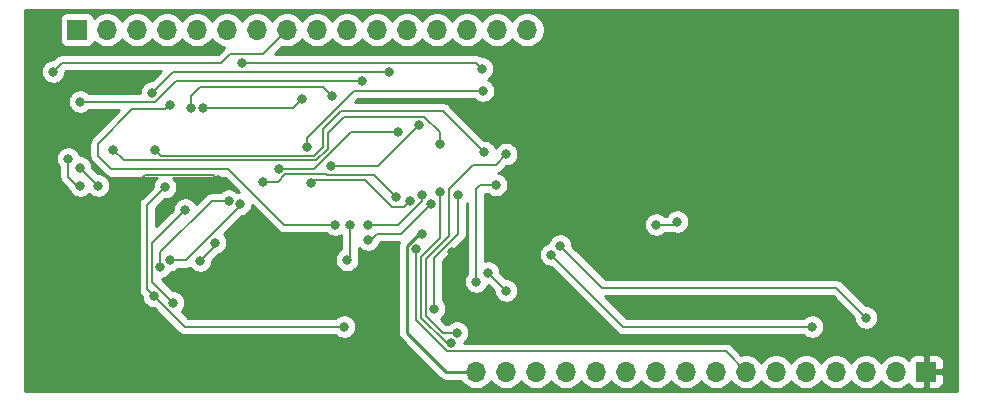
<source format=gbr>
%TF.GenerationSoftware,KiCad,Pcbnew,(5.1.10-1-10_14)*%
%TF.CreationDate,2021-10-28T13:44:03-04:00*%
%TF.ProjectId,ALU-Adder,414c552d-4164-4646-9572-2e6b69636164,rev?*%
%TF.SameCoordinates,Original*%
%TF.FileFunction,Copper,L2,Bot*%
%TF.FilePolarity,Positive*%
%FSLAX46Y46*%
G04 Gerber Fmt 4.6, Leading zero omitted, Abs format (unit mm)*
G04 Created by KiCad (PCBNEW (5.1.10-1-10_14)) date 2021-10-28 13:44:03*
%MOMM*%
%LPD*%
G01*
G04 APERTURE LIST*
%TA.AperFunction,ComponentPad*%
%ADD10O,1.700000X1.700000*%
%TD*%
%TA.AperFunction,ComponentPad*%
%ADD11R,1.700000X1.700000*%
%TD*%
%TA.AperFunction,ViaPad*%
%ADD12C,0.800000*%
%TD*%
%TA.AperFunction,Conductor*%
%ADD13C,0.200000*%
%TD*%
%TA.AperFunction,Conductor*%
%ADD14C,0.250000*%
%TD*%
%TA.AperFunction,Conductor*%
%ADD15C,0.254000*%
%TD*%
%TA.AperFunction,Conductor*%
%ADD16C,0.100000*%
%TD*%
G04 APERTURE END LIST*
D10*
%TO.P,J2,16*%
%TO.N,\u03A37*%
X146304000Y-106426000D03*
%TO.P,J2,15*%
%TO.N,BUS_07*%
X148844000Y-106426000D03*
%TO.P,J2,14*%
%TO.N,BUS_06*%
X151384000Y-106426000D03*
%TO.P,J2,13*%
%TO.N,BUS_05*%
X153924000Y-106426000D03*
%TO.P,J2,12*%
%TO.N,BUS_04*%
X156464000Y-106426000D03*
%TO.P,J2,11*%
%TO.N,BUS_03*%
X159004000Y-106426000D03*
%TO.P,J2,10*%
%TO.N,BUS_02*%
X161544000Y-106426000D03*
%TO.P,J2,9*%
%TO.N,BUS_01*%
X164084000Y-106426000D03*
%TO.P,J2,8*%
%TO.N,BUS_00*%
X166624000Y-106426000D03*
%TO.P,J2,7*%
%TO.N,CARRY_OUT*%
X169164000Y-106426000D03*
%TO.P,J2,6*%
%TO.N,CARRY_IN*%
X171704000Y-106426000D03*
%TO.P,J2,5*%
%TO.N,~ALU_OUT*%
X174244000Y-106426000D03*
%TO.P,J2,4*%
%TO.N,ZERO*%
X176784000Y-106426000D03*
%TO.P,J2,3*%
%TO.N,OVERFLOW*%
X179324000Y-106426000D03*
%TO.P,J2,2*%
%TO.N,GND*%
X181864000Y-106426000D03*
D11*
%TO.P,J2,1*%
%TO.N,VCC*%
X184404000Y-106426000D03*
%TD*%
D10*
%TO.P,J1,16*%
%TO.N,RHS7*%
X150622000Y-77470000D03*
%TO.P,J1,15*%
%TO.N,RHS6*%
X148082000Y-77470000D03*
%TO.P,J1,14*%
%TO.N,RHS5*%
X145542000Y-77470000D03*
%TO.P,J1,13*%
%TO.N,RHS4*%
X143002000Y-77470000D03*
%TO.P,J1,12*%
%TO.N,RHS3*%
X140462000Y-77470000D03*
%TO.P,J1,11*%
%TO.N,RHS2*%
X137922000Y-77470000D03*
%TO.P,J1,10*%
%TO.N,RHS1*%
X135382000Y-77470000D03*
%TO.P,J1,9*%
%TO.N,RHS0*%
X132842000Y-77470000D03*
%TO.P,J1,8*%
%TO.N,LHS7*%
X130302000Y-77470000D03*
%TO.P,J1,7*%
%TO.N,LHS6*%
X127762000Y-77470000D03*
%TO.P,J1,6*%
%TO.N,LHS5*%
X125222000Y-77470000D03*
%TO.P,J1,5*%
%TO.N,LHS4*%
X122682000Y-77470000D03*
%TO.P,J1,4*%
%TO.N,LHS3*%
X120142000Y-77470000D03*
%TO.P,J1,3*%
%TO.N,LHS2*%
X117602000Y-77470000D03*
%TO.P,J1,2*%
%TO.N,LHS1*%
X115062000Y-77470000D03*
D11*
%TO.P,J1,1*%
%TO.N,LHS0*%
X112522000Y-77470000D03*
%TD*%
D12*
%TO.N,VCC*%
X155956000Y-88138000D03*
X144272000Y-96266000D03*
X153162000Y-101346000D03*
X111588000Y-94062000D03*
X111252000Y-87122000D03*
X124460000Y-90169994D03*
X145796000Y-84836000D03*
%TO.N,GND*%
X161544000Y-93980000D03*
X163322000Y-93726000D03*
X135636000Y-93980000D03*
X121666000Y-92710000D03*
X120650000Y-100584000D03*
X135382000Y-96966010D03*
%TO.N,Net-(U3-Pad13)*%
X122936000Y-97028000D03*
X124206000Y-95504000D03*
%TO.N,Net-(U3-Pad10)*%
X147320000Y-98044000D03*
X148844000Y-99568000D03*
%TO.N,\u03A30*%
X141732000Y-91440000D03*
X137160000Y-93980000D03*
%TO.N,\u03A31*%
X142494000Y-92202000D03*
X137160000Y-95250000D03*
%TO.N,\u03A32*%
X143256000Y-87122000D03*
X115570000Y-87630000D03*
%TO.N,\u03A33*%
X119126000Y-87630000D03*
X146982652Y-87826352D03*
%TO.N,\u03A34*%
X140716000Y-91948000D03*
X132334000Y-90424000D03*
%TO.N,\u03A35*%
X139556491Y-91609545D03*
X128241881Y-90326750D03*
%TO.N,\u03A37*%
X120396006Y-96966010D03*
X126314709Y-92224536D03*
X141732000Y-94742000D03*
%TO.N,LHS7*%
X110490000Y-81026000D03*
%TO.N,LHS1*%
X112776000Y-89154000D03*
X114300000Y-90678000D03*
%TO.N,RHS7*%
X132003324Y-87437990D03*
X119573044Y-97534128D03*
X146867719Y-82635966D03*
X125355249Y-91942652D03*
%TO.N,RHS6*%
X146812000Y-80772000D03*
X126492000Y-80264000D03*
%TO.N,RHS5*%
X139700000Y-86106000D03*
X129592167Y-89238021D03*
%TO.N,RHS4*%
X141478008Y-85536010D03*
X134011257Y-89032407D03*
%TO.N,RHS3*%
X138938000Y-81026000D03*
X118872000Y-82804000D03*
%TO.N,RHS2*%
X136652000Y-81788000D03*
X112776000Y-83566000D03*
%TO.N,RHS1*%
X134112000Y-83058000D03*
X122174000Y-84074000D03*
X111760000Y-88392000D03*
X112776000Y-90678000D03*
%TO.N,RHS0*%
X131572000Y-83312000D03*
X123174013Y-84074000D03*
%TO.N,CARRY_IN*%
X119027245Y-100014010D03*
X135128000Y-102616000D03*
X119947054Y-90796108D03*
%TO.N,OVERFLOW*%
X153416000Y-95758000D03*
X179324000Y-101854000D03*
%TO.N,ZERO*%
X152654000Y-96520000D03*
X174752000Y-102616000D03*
%TO.N,Net-(U2-Pad13)*%
X143256000Y-91186000D03*
X144208939Y-104001219D03*
%TO.N,Net-(U2-Pad10)*%
X148849132Y-88014805D03*
X144689054Y-103124000D03*
%TO.N,CARRY_OUT*%
X141243793Y-96001527D03*
%TO.N,Net-(U1-Pad9)*%
X134366000Y-93980000D03*
X120396000Y-83820000D03*
%TO.N,Net-(U2-Pad4)*%
X147983250Y-90614078D03*
X146304000Y-98806000D03*
%TO.N,Net-(U2-Pad1)*%
X144780000Y-91440000D03*
X142748000Y-101092002D03*
%TD*%
D13*
%TO.N,VCC*%
X144272000Y-96266000D02*
X144272000Y-99060000D01*
X144272000Y-99060000D02*
X147828000Y-102616000D01*
X147828000Y-102616000D02*
X151130000Y-102616000D01*
X152400000Y-101346000D02*
X153162000Y-101346000D01*
X151130000Y-102616000D02*
X152400000Y-101346000D01*
X111588000Y-94062000D02*
X111588000Y-92792000D01*
X111588000Y-92792000D02*
X110744000Y-91948000D01*
X110744000Y-91948000D02*
X110744000Y-87630000D01*
X110744000Y-87630000D02*
X111252000Y-87122000D01*
X118256005Y-89769995D02*
X124060001Y-89769995D01*
X124060001Y-89769995D02*
X124460000Y-90169994D01*
X113964000Y-94062000D02*
X118256005Y-89769995D01*
X111588000Y-94062000D02*
X113964000Y-94062000D01*
X145796000Y-84836000D02*
X152654000Y-84836000D01*
X152654000Y-84836000D02*
X155956000Y-88138000D01*
%TO.N,GND*%
X161544000Y-93980000D02*
X163068000Y-93980000D01*
X163068000Y-93980000D02*
X163322000Y-93726000D01*
X121666000Y-92710000D02*
X118872000Y-95504000D01*
X118872000Y-95504000D02*
X118872000Y-98806000D01*
X118872000Y-98806000D02*
X120650000Y-100584000D01*
X135636000Y-93980000D02*
X135636000Y-96712010D01*
X135636000Y-96712010D02*
X135382000Y-96966010D01*
%TO.N,Net-(U3-Pad13)*%
X122936000Y-97028000D02*
X124206000Y-95758000D01*
X124206000Y-95758000D02*
X124206000Y-95504000D01*
%TO.N,Net-(U3-Pad10)*%
X147320000Y-98044000D02*
X148844000Y-99568000D01*
%TO.N,\u03A30*%
X141732000Y-91440000D02*
X141732000Y-91948000D01*
X141732000Y-91948000D02*
X139700000Y-93980000D01*
X139700000Y-93980000D02*
X137160000Y-93980000D01*
%TO.N,\u03A31*%
X142494000Y-92202000D02*
X139954000Y-94742000D01*
X139954000Y-94742000D02*
X137922000Y-94742000D01*
X137414000Y-95250000D02*
X137160000Y-95250000D01*
X137922000Y-94742000D02*
X137414000Y-95250000D01*
%TO.N,\u03A32*%
X116478011Y-88538011D02*
X115570000Y-87630000D01*
X132753689Y-88538011D02*
X116478011Y-88538011D01*
X143256000Y-87122000D02*
X143256000Y-86163700D01*
X133750011Y-86213989D02*
X133750011Y-87541689D01*
X135128000Y-84836000D02*
X133750011Y-86213989D01*
X133750011Y-87541689D02*
X132753689Y-88538011D01*
X141928300Y-84836000D02*
X135128000Y-84836000D01*
X143256000Y-86163700D02*
X141928300Y-84836000D01*
%TO.N,\u03A33*%
X119634000Y-88138000D02*
X132588000Y-88138000D01*
X133350000Y-87376000D02*
X133350000Y-85852000D01*
X134874000Y-84328000D02*
X143484300Y-84328000D01*
X119126000Y-87630000D02*
X119634000Y-88138000D01*
X133350000Y-85852000D02*
X134874000Y-84328000D01*
X143484300Y-84328000D02*
X146982652Y-87826352D01*
X132588000Y-88138000D02*
X133350000Y-87376000D01*
%TO.N,\u03A34*%
X140716000Y-91948000D02*
X140208000Y-92456000D01*
X139192000Y-92456000D02*
X136906000Y-90170000D01*
X132588000Y-90170000D02*
X132334000Y-90424000D01*
X136906000Y-90170000D02*
X132588000Y-90170000D01*
X140208000Y-92456000D02*
X139192000Y-92456000D01*
%TO.N,\u03A35*%
X133675255Y-89732409D02*
X133666844Y-89723998D01*
X130141261Y-89723998D02*
X129538509Y-90326750D01*
X139556491Y-91609545D02*
X137679355Y-89732409D01*
X129538509Y-90326750D02*
X128241881Y-90326750D01*
X137679355Y-89732409D02*
X133675255Y-89732409D01*
X133666844Y-89723998D02*
X130141261Y-89723998D01*
%TO.N,\u03A37*%
X126492000Y-92202000D02*
X126365000Y-92329000D01*
X126492000Y-92202000D02*
X121727990Y-96966010D01*
X121727990Y-96966010D02*
X120396006Y-96966010D01*
X126492000Y-92202000D02*
X126337245Y-92202000D01*
X126337245Y-92202000D02*
X126314709Y-92224536D01*
D14*
X141732000Y-94742000D02*
X141478000Y-94742000D01*
X141478000Y-94742000D02*
X140462000Y-95758000D01*
X140462000Y-95758000D02*
X140462000Y-103124000D01*
X143764000Y-106426000D02*
X146304000Y-106426000D01*
X140462000Y-103124000D02*
X143764000Y-106426000D01*
D13*
%TO.N,LHS7*%
X110490000Y-81026000D02*
X111252000Y-80264000D01*
X111252000Y-80264000D02*
X124714000Y-80264000D01*
X124714000Y-80264000D02*
X125476000Y-79502000D01*
X128270000Y-79502000D02*
X130302000Y-77470000D01*
X125476000Y-79502000D02*
X128270000Y-79502000D01*
%TO.N,LHS1*%
X112776000Y-89154000D02*
X114300000Y-90678000D01*
%TO.N,RHS7*%
X132003324Y-87437990D02*
X132003324Y-86632976D01*
X136000334Y-82635966D02*
X146867719Y-82635966D01*
X132003324Y-86632976D02*
X136000334Y-82635966D01*
X123937346Y-91942652D02*
X125355249Y-91942652D01*
X119573044Y-96306954D02*
X123937346Y-91942652D01*
X119573044Y-97534128D02*
X119573044Y-96306954D01*
%TO.N,RHS6*%
X146812000Y-80772000D02*
X146304000Y-80264000D01*
X146304000Y-80264000D02*
X126492000Y-80264000D01*
%TO.N,RHS5*%
X132619379Y-89238021D02*
X129592167Y-89238021D01*
X139700000Y-86106000D02*
X135751400Y-86106000D01*
X135751400Y-86106000D02*
X132619379Y-89238021D01*
%TO.N,RHS4*%
X141478008Y-85536010D02*
X137981611Y-89032407D01*
X137981611Y-89032407D02*
X134011257Y-89032407D01*
%TO.N,RHS3*%
X138938000Y-81026000D02*
X120650000Y-81026000D01*
X120650000Y-81026000D02*
X118872000Y-82804000D01*
%TO.N,RHS2*%
X136652000Y-81788000D02*
X120924004Y-81788000D01*
X120924004Y-81788000D02*
X119146004Y-83566000D01*
X119146004Y-83566000D02*
X112776000Y-83566000D01*
%TO.N,RHS1*%
X134112000Y-83058000D02*
X133350000Y-82296000D01*
X133350000Y-82296000D02*
X122936000Y-82296000D01*
X122174000Y-83058000D02*
X122174000Y-84074000D01*
X122936000Y-82296000D02*
X122174000Y-83058000D01*
X111760000Y-88392000D02*
X111760000Y-89916000D01*
X111760000Y-89916000D02*
X112522000Y-90678000D01*
X112522000Y-90678000D02*
X112776000Y-90678000D01*
%TO.N,RHS0*%
X131572000Y-83312000D02*
X130810000Y-84074000D01*
X130810000Y-84074000D02*
X123174013Y-84074000D01*
%TO.N,CARRY_IN*%
X121629235Y-102616000D02*
X119027245Y-100014010D01*
X135128000Y-102616000D02*
X121629235Y-102616000D01*
X118471991Y-99458756D02*
X118471991Y-92271171D01*
X119027245Y-100014010D02*
X118471991Y-99458756D01*
X118471991Y-92271171D02*
X119947054Y-90796108D01*
%TO.N,OVERFLOW*%
X176784000Y-99314000D02*
X179324000Y-101854000D01*
X156972000Y-99314000D02*
X176784000Y-99314000D01*
X153416000Y-95758000D02*
X156972000Y-99314000D01*
%TO.N,ZERO*%
X158750000Y-102616000D02*
X174752000Y-102616000D01*
X152654000Y-96520000D02*
X158750000Y-102616000D01*
%TO.N,Net-(U2-Pad13)*%
X143801515Y-104001219D02*
X144208939Y-104001219D01*
X141647987Y-101847691D02*
X143801515Y-104001219D01*
X143256000Y-95134600D02*
X141647987Y-96742613D01*
X143256000Y-91186000D02*
X143256000Y-95134600D01*
X141647987Y-96742613D02*
X141647987Y-101847691D01*
%TO.N,Net-(U2-Pad10)*%
X143489996Y-103124000D02*
X144689054Y-103124000D01*
X146050000Y-88900000D02*
X144018000Y-90932000D01*
X144018000Y-90932000D02*
X144018000Y-94938300D01*
X144018000Y-94938300D02*
X142047998Y-96908302D01*
X147963937Y-88900000D02*
X146050000Y-88900000D01*
X142047998Y-96908302D02*
X142047998Y-101682002D01*
X148849132Y-88014805D02*
X147963937Y-88900000D01*
X142047998Y-101682002D02*
X143489996Y-103124000D01*
%TO.N,CARRY_OUT*%
X169164000Y-106426000D02*
X167439221Y-104701221D01*
X141243793Y-102072077D02*
X141243793Y-96001527D01*
X167439221Y-104701221D02*
X143872937Y-104701221D01*
X143872937Y-104701221D02*
X141243793Y-102072077D01*
%TO.N,Net-(U1-Pad9)*%
X117202001Y-84219999D02*
X119996001Y-84219999D01*
X114300000Y-87122000D02*
X117202001Y-84219999D01*
X115423989Y-89261989D02*
X114300000Y-88138000D01*
X125329989Y-89261989D02*
X115423989Y-89261989D01*
X114300000Y-88138000D02*
X114300000Y-87122000D01*
X119996001Y-84219999D02*
X120396000Y-83820000D01*
X130048000Y-93980000D02*
X125329989Y-89261989D01*
X134366000Y-93980000D02*
X130048000Y-93980000D01*
%TO.N,Net-(U2-Pad4)*%
X147983250Y-90614078D02*
X146621922Y-90614078D01*
X146621922Y-90614078D02*
X146304000Y-90932000D01*
X146304000Y-90932000D02*
X146304000Y-98806000D01*
%TO.N,Net-(U2-Pad1)*%
X142748000Y-96774000D02*
X142748000Y-101092002D01*
X144780000Y-94742000D02*
X142748000Y-96774000D01*
X144780000Y-91440000D02*
X144780000Y-94742000D01*
%TD*%
D15*
%TO.N,VCC*%
X187046000Y-108052000D02*
X108102000Y-108052000D01*
X108102000Y-88290061D01*
X110725000Y-88290061D01*
X110725000Y-88493939D01*
X110764774Y-88693898D01*
X110842795Y-88882256D01*
X110956063Y-89051774D01*
X111025000Y-89120711D01*
X111025001Y-89879885D01*
X111021444Y-89916000D01*
X111035635Y-90060085D01*
X111072625Y-90182022D01*
X111077664Y-90198633D01*
X111145914Y-90326320D01*
X111237763Y-90438238D01*
X111265808Y-90461254D01*
X111779861Y-90975308D01*
X111780774Y-90979898D01*
X111858795Y-91168256D01*
X111972063Y-91337774D01*
X112116226Y-91481937D01*
X112285744Y-91595205D01*
X112474102Y-91673226D01*
X112674061Y-91713000D01*
X112877939Y-91713000D01*
X113077898Y-91673226D01*
X113266256Y-91595205D01*
X113435774Y-91481937D01*
X113538000Y-91379711D01*
X113640226Y-91481937D01*
X113809744Y-91595205D01*
X113998102Y-91673226D01*
X114198061Y-91713000D01*
X114401939Y-91713000D01*
X114601898Y-91673226D01*
X114790256Y-91595205D01*
X114959774Y-91481937D01*
X115103937Y-91337774D01*
X115217205Y-91168256D01*
X115295226Y-90979898D01*
X115335000Y-90779939D01*
X115335000Y-90576061D01*
X115295226Y-90376102D01*
X115217205Y-90187744D01*
X115103937Y-90018226D01*
X114959774Y-89874063D01*
X114790256Y-89760795D01*
X114601898Y-89682774D01*
X114401939Y-89643000D01*
X114304447Y-89643000D01*
X113811000Y-89149554D01*
X113811000Y-89052061D01*
X113771226Y-88852102D01*
X113693205Y-88663744D01*
X113579937Y-88494226D01*
X113435774Y-88350063D01*
X113266256Y-88236795D01*
X113077898Y-88158774D01*
X112877939Y-88119000D01*
X112760974Y-88119000D01*
X112755226Y-88090102D01*
X112677205Y-87901744D01*
X112563937Y-87732226D01*
X112419774Y-87588063D01*
X112250256Y-87474795D01*
X112061898Y-87396774D01*
X111861939Y-87357000D01*
X111658061Y-87357000D01*
X111458102Y-87396774D01*
X111269744Y-87474795D01*
X111100226Y-87588063D01*
X110956063Y-87732226D01*
X110842795Y-87901744D01*
X110764774Y-88090102D01*
X110725000Y-88290061D01*
X108102000Y-88290061D01*
X108102000Y-80924061D01*
X109455000Y-80924061D01*
X109455000Y-81127939D01*
X109494774Y-81327898D01*
X109572795Y-81516256D01*
X109686063Y-81685774D01*
X109830226Y-81829937D01*
X109999744Y-81943205D01*
X110188102Y-82021226D01*
X110388061Y-82061000D01*
X110591939Y-82061000D01*
X110791898Y-82021226D01*
X110980256Y-81943205D01*
X111149774Y-81829937D01*
X111293937Y-81685774D01*
X111407205Y-81516256D01*
X111485226Y-81327898D01*
X111525000Y-81127939D01*
X111525000Y-81030447D01*
X111556447Y-80999000D01*
X119637553Y-80999000D01*
X118867554Y-81769000D01*
X118770061Y-81769000D01*
X118570102Y-81808774D01*
X118381744Y-81886795D01*
X118212226Y-82000063D01*
X118068063Y-82144226D01*
X117954795Y-82313744D01*
X117876774Y-82502102D01*
X117837000Y-82702061D01*
X117837000Y-82831000D01*
X113504711Y-82831000D01*
X113435774Y-82762063D01*
X113266256Y-82648795D01*
X113077898Y-82570774D01*
X112877939Y-82531000D01*
X112674061Y-82531000D01*
X112474102Y-82570774D01*
X112285744Y-82648795D01*
X112116226Y-82762063D01*
X111972063Y-82906226D01*
X111858795Y-83075744D01*
X111780774Y-83264102D01*
X111741000Y-83464061D01*
X111741000Y-83667939D01*
X111780774Y-83867898D01*
X111858795Y-84056256D01*
X111972063Y-84225774D01*
X112116226Y-84369937D01*
X112285744Y-84483205D01*
X112474102Y-84561226D01*
X112674061Y-84601000D01*
X112877939Y-84601000D01*
X113077898Y-84561226D01*
X113266256Y-84483205D01*
X113435774Y-84369937D01*
X113504711Y-84301000D01*
X116081553Y-84301000D01*
X113805808Y-86576746D01*
X113777763Y-86599762D01*
X113685914Y-86711680D01*
X113622069Y-86831126D01*
X113617664Y-86839367D01*
X113575635Y-86977915D01*
X113561444Y-87122000D01*
X113565001Y-87158114D01*
X113565000Y-88101894D01*
X113561444Y-88138000D01*
X113575635Y-88282085D01*
X113587384Y-88320816D01*
X113617663Y-88420632D01*
X113685913Y-88548319D01*
X113777762Y-88660237D01*
X113805807Y-88683253D01*
X114878735Y-89756182D01*
X114901751Y-89784227D01*
X115013669Y-89876076D01*
X115141356Y-89944326D01*
X115279904Y-89986354D01*
X115387884Y-89996989D01*
X115387893Y-89996989D01*
X115423988Y-90000544D01*
X115460083Y-89996989D01*
X119282462Y-89996989D01*
X119143117Y-90136334D01*
X119029849Y-90305852D01*
X118951828Y-90494210D01*
X118912054Y-90694169D01*
X118912054Y-90791661D01*
X117977799Y-91725917D01*
X117949754Y-91748933D01*
X117857905Y-91860851D01*
X117791207Y-91985635D01*
X117789655Y-91988538D01*
X117747626Y-92127086D01*
X117733435Y-92271171D01*
X117736992Y-92307286D01*
X117736991Y-99422651D01*
X117733435Y-99458756D01*
X117742323Y-99549000D01*
X117747626Y-99602840D01*
X117789654Y-99741388D01*
X117857904Y-99869075D01*
X117949753Y-99980993D01*
X117977799Y-100004010D01*
X117992245Y-100018456D01*
X117992245Y-100115949D01*
X118032019Y-100315908D01*
X118110040Y-100504266D01*
X118223308Y-100673784D01*
X118367471Y-100817947D01*
X118536989Y-100931215D01*
X118725347Y-101009236D01*
X118925306Y-101049010D01*
X119022799Y-101049010D01*
X121083981Y-103110193D01*
X121106997Y-103138238D01*
X121135041Y-103161253D01*
X121218915Y-103230087D01*
X121346601Y-103298337D01*
X121485150Y-103340365D01*
X121629235Y-103354556D01*
X121665340Y-103351000D01*
X134399289Y-103351000D01*
X134468226Y-103419937D01*
X134637744Y-103533205D01*
X134826102Y-103611226D01*
X135026061Y-103651000D01*
X135229939Y-103651000D01*
X135429898Y-103611226D01*
X135618256Y-103533205D01*
X135787774Y-103419937D01*
X135931937Y-103275774D01*
X136045205Y-103106256D01*
X136123226Y-102917898D01*
X136163000Y-102717939D01*
X136163000Y-102514061D01*
X136123226Y-102314102D01*
X136045205Y-102125744D01*
X135931937Y-101956226D01*
X135787774Y-101812063D01*
X135618256Y-101698795D01*
X135429898Y-101620774D01*
X135229939Y-101581000D01*
X135026061Y-101581000D01*
X134826102Y-101620774D01*
X134637744Y-101698795D01*
X134468226Y-101812063D01*
X134399289Y-101881000D01*
X121933682Y-101881000D01*
X121375196Y-101322515D01*
X121453937Y-101243774D01*
X121567205Y-101074256D01*
X121645226Y-100885898D01*
X121685000Y-100685939D01*
X121685000Y-100482061D01*
X121645226Y-100282102D01*
X121567205Y-100093744D01*
X121453937Y-99924226D01*
X121309774Y-99780063D01*
X121140256Y-99666795D01*
X120951898Y-99588774D01*
X120751939Y-99549000D01*
X120654447Y-99549000D01*
X119674574Y-98569128D01*
X119674983Y-98569128D01*
X119874942Y-98529354D01*
X120063300Y-98451333D01*
X120232818Y-98338065D01*
X120376981Y-98193902D01*
X120490249Y-98024384D01*
X120500109Y-98000580D01*
X120697904Y-97961236D01*
X120886262Y-97883215D01*
X121055780Y-97769947D01*
X121124717Y-97701010D01*
X121691885Y-97701010D01*
X121727990Y-97704566D01*
X121764095Y-97701010D01*
X121872075Y-97690375D01*
X122010623Y-97648347D01*
X122080693Y-97610894D01*
X122132063Y-97687774D01*
X122276226Y-97831937D01*
X122445744Y-97945205D01*
X122634102Y-98023226D01*
X122834061Y-98063000D01*
X123037939Y-98063000D01*
X123237898Y-98023226D01*
X123426256Y-97945205D01*
X123595774Y-97831937D01*
X123739937Y-97687774D01*
X123853205Y-97518256D01*
X123931226Y-97329898D01*
X123971000Y-97129939D01*
X123971000Y-97032446D01*
X124503308Y-96500139D01*
X124507898Y-96499226D01*
X124696256Y-96421205D01*
X124865774Y-96307937D01*
X125009937Y-96163774D01*
X125123205Y-95994256D01*
X125201226Y-95805898D01*
X125241000Y-95605939D01*
X125241000Y-95402061D01*
X125201226Y-95202102D01*
X125123205Y-95013744D01*
X125009937Y-94844226D01*
X124949579Y-94783868D01*
X126488129Y-93245318D01*
X126616607Y-93219762D01*
X126804965Y-93141741D01*
X126974483Y-93028473D01*
X127118646Y-92884310D01*
X127231914Y-92714792D01*
X127309935Y-92526434D01*
X127349709Y-92326475D01*
X127349709Y-92321156D01*
X129502746Y-94474193D01*
X129525762Y-94502238D01*
X129637680Y-94594087D01*
X129765367Y-94662337D01*
X129861886Y-94691616D01*
X129903914Y-94704365D01*
X129918132Y-94705765D01*
X130011895Y-94715000D01*
X130011902Y-94715000D01*
X130047999Y-94718555D01*
X130084096Y-94715000D01*
X133637289Y-94715000D01*
X133706226Y-94783937D01*
X133875744Y-94897205D01*
X134064102Y-94975226D01*
X134264061Y-95015000D01*
X134467939Y-95015000D01*
X134667898Y-94975226D01*
X134856256Y-94897205D01*
X134901000Y-94867308D01*
X134901001Y-96044971D01*
X134891744Y-96048805D01*
X134722226Y-96162073D01*
X134578063Y-96306236D01*
X134464795Y-96475754D01*
X134386774Y-96664112D01*
X134347000Y-96864071D01*
X134347000Y-97067949D01*
X134386774Y-97267908D01*
X134464795Y-97456266D01*
X134578063Y-97625784D01*
X134722226Y-97769947D01*
X134891744Y-97883215D01*
X135080102Y-97961236D01*
X135280061Y-98001010D01*
X135483939Y-98001010D01*
X135683898Y-97961236D01*
X135872256Y-97883215D01*
X136041774Y-97769947D01*
X136185937Y-97625784D01*
X136299205Y-97456266D01*
X136377226Y-97267908D01*
X136417000Y-97067949D01*
X136417000Y-96864071D01*
X136377226Y-96664112D01*
X136371000Y-96649081D01*
X136371000Y-95924711D01*
X136500226Y-96053937D01*
X136669744Y-96167205D01*
X136858102Y-96245226D01*
X137058061Y-96285000D01*
X137261939Y-96285000D01*
X137461898Y-96245226D01*
X137650256Y-96167205D01*
X137819774Y-96053937D01*
X137963937Y-95909774D01*
X138077205Y-95740256D01*
X138155226Y-95551898D01*
X138156139Y-95547307D01*
X138226447Y-95477000D01*
X139753043Y-95477000D01*
X139712997Y-95609015D01*
X139702000Y-95720668D01*
X139702000Y-95720678D01*
X139698324Y-95758000D01*
X139702000Y-95795322D01*
X139702001Y-103086668D01*
X139698324Y-103124000D01*
X139702001Y-103161333D01*
X139712998Y-103272986D01*
X139720688Y-103298336D01*
X139756454Y-103416246D01*
X139827026Y-103548276D01*
X139881175Y-103614256D01*
X139922000Y-103664001D01*
X139950998Y-103687799D01*
X143200201Y-106937003D01*
X143223999Y-106966001D01*
X143339724Y-107060974D01*
X143471753Y-107131546D01*
X143615014Y-107175003D01*
X143726667Y-107186000D01*
X143726676Y-107186000D01*
X143763999Y-107189676D01*
X143801322Y-107186000D01*
X145025822Y-107186000D01*
X145150525Y-107372632D01*
X145357368Y-107579475D01*
X145600589Y-107741990D01*
X145870842Y-107853932D01*
X146157740Y-107911000D01*
X146450260Y-107911000D01*
X146737158Y-107853932D01*
X147007411Y-107741990D01*
X147250632Y-107579475D01*
X147457475Y-107372632D01*
X147574000Y-107198240D01*
X147690525Y-107372632D01*
X147897368Y-107579475D01*
X148140589Y-107741990D01*
X148410842Y-107853932D01*
X148697740Y-107911000D01*
X148990260Y-107911000D01*
X149277158Y-107853932D01*
X149547411Y-107741990D01*
X149790632Y-107579475D01*
X149997475Y-107372632D01*
X150114000Y-107198240D01*
X150230525Y-107372632D01*
X150437368Y-107579475D01*
X150680589Y-107741990D01*
X150950842Y-107853932D01*
X151237740Y-107911000D01*
X151530260Y-107911000D01*
X151817158Y-107853932D01*
X152087411Y-107741990D01*
X152330632Y-107579475D01*
X152537475Y-107372632D01*
X152654000Y-107198240D01*
X152770525Y-107372632D01*
X152977368Y-107579475D01*
X153220589Y-107741990D01*
X153490842Y-107853932D01*
X153777740Y-107911000D01*
X154070260Y-107911000D01*
X154357158Y-107853932D01*
X154627411Y-107741990D01*
X154870632Y-107579475D01*
X155077475Y-107372632D01*
X155194000Y-107198240D01*
X155310525Y-107372632D01*
X155517368Y-107579475D01*
X155760589Y-107741990D01*
X156030842Y-107853932D01*
X156317740Y-107911000D01*
X156610260Y-107911000D01*
X156897158Y-107853932D01*
X157167411Y-107741990D01*
X157410632Y-107579475D01*
X157617475Y-107372632D01*
X157734000Y-107198240D01*
X157850525Y-107372632D01*
X158057368Y-107579475D01*
X158300589Y-107741990D01*
X158570842Y-107853932D01*
X158857740Y-107911000D01*
X159150260Y-107911000D01*
X159437158Y-107853932D01*
X159707411Y-107741990D01*
X159950632Y-107579475D01*
X160157475Y-107372632D01*
X160274000Y-107198240D01*
X160390525Y-107372632D01*
X160597368Y-107579475D01*
X160840589Y-107741990D01*
X161110842Y-107853932D01*
X161397740Y-107911000D01*
X161690260Y-107911000D01*
X161977158Y-107853932D01*
X162247411Y-107741990D01*
X162490632Y-107579475D01*
X162697475Y-107372632D01*
X162814000Y-107198240D01*
X162930525Y-107372632D01*
X163137368Y-107579475D01*
X163380589Y-107741990D01*
X163650842Y-107853932D01*
X163937740Y-107911000D01*
X164230260Y-107911000D01*
X164517158Y-107853932D01*
X164787411Y-107741990D01*
X165030632Y-107579475D01*
X165237475Y-107372632D01*
X165354000Y-107198240D01*
X165470525Y-107372632D01*
X165677368Y-107579475D01*
X165920589Y-107741990D01*
X166190842Y-107853932D01*
X166477740Y-107911000D01*
X166770260Y-107911000D01*
X167057158Y-107853932D01*
X167327411Y-107741990D01*
X167570632Y-107579475D01*
X167777475Y-107372632D01*
X167894000Y-107198240D01*
X168010525Y-107372632D01*
X168217368Y-107579475D01*
X168460589Y-107741990D01*
X168730842Y-107853932D01*
X169017740Y-107911000D01*
X169310260Y-107911000D01*
X169597158Y-107853932D01*
X169867411Y-107741990D01*
X170110632Y-107579475D01*
X170317475Y-107372632D01*
X170434000Y-107198240D01*
X170550525Y-107372632D01*
X170757368Y-107579475D01*
X171000589Y-107741990D01*
X171270842Y-107853932D01*
X171557740Y-107911000D01*
X171850260Y-107911000D01*
X172137158Y-107853932D01*
X172407411Y-107741990D01*
X172650632Y-107579475D01*
X172857475Y-107372632D01*
X172974000Y-107198240D01*
X173090525Y-107372632D01*
X173297368Y-107579475D01*
X173540589Y-107741990D01*
X173810842Y-107853932D01*
X174097740Y-107911000D01*
X174390260Y-107911000D01*
X174677158Y-107853932D01*
X174947411Y-107741990D01*
X175190632Y-107579475D01*
X175397475Y-107372632D01*
X175514000Y-107198240D01*
X175630525Y-107372632D01*
X175837368Y-107579475D01*
X176080589Y-107741990D01*
X176350842Y-107853932D01*
X176637740Y-107911000D01*
X176930260Y-107911000D01*
X177217158Y-107853932D01*
X177487411Y-107741990D01*
X177730632Y-107579475D01*
X177937475Y-107372632D01*
X178054000Y-107198240D01*
X178170525Y-107372632D01*
X178377368Y-107579475D01*
X178620589Y-107741990D01*
X178890842Y-107853932D01*
X179177740Y-107911000D01*
X179470260Y-107911000D01*
X179757158Y-107853932D01*
X180027411Y-107741990D01*
X180270632Y-107579475D01*
X180477475Y-107372632D01*
X180594000Y-107198240D01*
X180710525Y-107372632D01*
X180917368Y-107579475D01*
X181160589Y-107741990D01*
X181430842Y-107853932D01*
X181717740Y-107911000D01*
X182010260Y-107911000D01*
X182297158Y-107853932D01*
X182567411Y-107741990D01*
X182810632Y-107579475D01*
X182942487Y-107447620D01*
X182964498Y-107520180D01*
X183023463Y-107630494D01*
X183102815Y-107727185D01*
X183199506Y-107806537D01*
X183309820Y-107865502D01*
X183429518Y-107901812D01*
X183554000Y-107914072D01*
X184118250Y-107911000D01*
X184277000Y-107752250D01*
X184277000Y-106553000D01*
X184531000Y-106553000D01*
X184531000Y-107752250D01*
X184689750Y-107911000D01*
X185254000Y-107914072D01*
X185378482Y-107901812D01*
X185498180Y-107865502D01*
X185608494Y-107806537D01*
X185705185Y-107727185D01*
X185784537Y-107630494D01*
X185843502Y-107520180D01*
X185879812Y-107400482D01*
X185892072Y-107276000D01*
X185889000Y-106711750D01*
X185730250Y-106553000D01*
X184531000Y-106553000D01*
X184277000Y-106553000D01*
X184257000Y-106553000D01*
X184257000Y-106299000D01*
X184277000Y-106299000D01*
X184277000Y-105099750D01*
X184531000Y-105099750D01*
X184531000Y-106299000D01*
X185730250Y-106299000D01*
X185889000Y-106140250D01*
X185892072Y-105576000D01*
X185879812Y-105451518D01*
X185843502Y-105331820D01*
X185784537Y-105221506D01*
X185705185Y-105124815D01*
X185608494Y-105045463D01*
X185498180Y-104986498D01*
X185378482Y-104950188D01*
X185254000Y-104937928D01*
X184689750Y-104941000D01*
X184531000Y-105099750D01*
X184277000Y-105099750D01*
X184118250Y-104941000D01*
X183554000Y-104937928D01*
X183429518Y-104950188D01*
X183309820Y-104986498D01*
X183199506Y-105045463D01*
X183102815Y-105124815D01*
X183023463Y-105221506D01*
X182964498Y-105331820D01*
X182942487Y-105404380D01*
X182810632Y-105272525D01*
X182567411Y-105110010D01*
X182297158Y-104998068D01*
X182010260Y-104941000D01*
X181717740Y-104941000D01*
X181430842Y-104998068D01*
X181160589Y-105110010D01*
X180917368Y-105272525D01*
X180710525Y-105479368D01*
X180594000Y-105653760D01*
X180477475Y-105479368D01*
X180270632Y-105272525D01*
X180027411Y-105110010D01*
X179757158Y-104998068D01*
X179470260Y-104941000D01*
X179177740Y-104941000D01*
X178890842Y-104998068D01*
X178620589Y-105110010D01*
X178377368Y-105272525D01*
X178170525Y-105479368D01*
X178054000Y-105653760D01*
X177937475Y-105479368D01*
X177730632Y-105272525D01*
X177487411Y-105110010D01*
X177217158Y-104998068D01*
X176930260Y-104941000D01*
X176637740Y-104941000D01*
X176350842Y-104998068D01*
X176080589Y-105110010D01*
X175837368Y-105272525D01*
X175630525Y-105479368D01*
X175514000Y-105653760D01*
X175397475Y-105479368D01*
X175190632Y-105272525D01*
X174947411Y-105110010D01*
X174677158Y-104998068D01*
X174390260Y-104941000D01*
X174097740Y-104941000D01*
X173810842Y-104998068D01*
X173540589Y-105110010D01*
X173297368Y-105272525D01*
X173090525Y-105479368D01*
X172974000Y-105653760D01*
X172857475Y-105479368D01*
X172650632Y-105272525D01*
X172407411Y-105110010D01*
X172137158Y-104998068D01*
X171850260Y-104941000D01*
X171557740Y-104941000D01*
X171270842Y-104998068D01*
X171000589Y-105110010D01*
X170757368Y-105272525D01*
X170550525Y-105479368D01*
X170434000Y-105653760D01*
X170317475Y-105479368D01*
X170110632Y-105272525D01*
X169867411Y-105110010D01*
X169597158Y-104998068D01*
X169310260Y-104941000D01*
X169017740Y-104941000D01*
X168768103Y-104990656D01*
X167984479Y-104207033D01*
X167961459Y-104178983D01*
X167849541Y-104087134D01*
X167721854Y-104018884D01*
X167583306Y-103976856D01*
X167475326Y-103966221D01*
X167439221Y-103962665D01*
X167403116Y-103966221D01*
X145291532Y-103966221D01*
X145348828Y-103927937D01*
X145492991Y-103783774D01*
X145606259Y-103614256D01*
X145684280Y-103425898D01*
X145724054Y-103225939D01*
X145724054Y-103022061D01*
X145684280Y-102822102D01*
X145606259Y-102633744D01*
X145492991Y-102464226D01*
X145348828Y-102320063D01*
X145179310Y-102206795D01*
X144990952Y-102128774D01*
X144790993Y-102089000D01*
X144587115Y-102089000D01*
X144387156Y-102128774D01*
X144198798Y-102206795D01*
X144029280Y-102320063D01*
X143960343Y-102389000D01*
X143794443Y-102389000D01*
X143343996Y-101938554D01*
X143407774Y-101895939D01*
X143551937Y-101751776D01*
X143665205Y-101582258D01*
X143743226Y-101393900D01*
X143783000Y-101193941D01*
X143783000Y-100990063D01*
X143743226Y-100790104D01*
X143665205Y-100601746D01*
X143551937Y-100432228D01*
X143483000Y-100363291D01*
X143483000Y-97078446D01*
X145274194Y-95287253D01*
X145302238Y-95264238D01*
X145394087Y-95152320D01*
X145462337Y-95024633D01*
X145504365Y-94886085D01*
X145515000Y-94778105D01*
X145518556Y-94742000D01*
X145515000Y-94705895D01*
X145515000Y-92168711D01*
X145569000Y-92114711D01*
X145569001Y-98077288D01*
X145500063Y-98146226D01*
X145386795Y-98315744D01*
X145308774Y-98504102D01*
X145269000Y-98704061D01*
X145269000Y-98907939D01*
X145308774Y-99107898D01*
X145386795Y-99296256D01*
X145500063Y-99465774D01*
X145644226Y-99609937D01*
X145813744Y-99723205D01*
X146002102Y-99801226D01*
X146202061Y-99841000D01*
X146405939Y-99841000D01*
X146605898Y-99801226D01*
X146794256Y-99723205D01*
X146963774Y-99609937D01*
X147107937Y-99465774D01*
X147221205Y-99296256D01*
X147299226Y-99107898D01*
X147304974Y-99079000D01*
X147315554Y-99079000D01*
X147809000Y-99572447D01*
X147809000Y-99669939D01*
X147848774Y-99869898D01*
X147926795Y-100058256D01*
X148040063Y-100227774D01*
X148184226Y-100371937D01*
X148353744Y-100485205D01*
X148542102Y-100563226D01*
X148742061Y-100603000D01*
X148945939Y-100603000D01*
X149145898Y-100563226D01*
X149334256Y-100485205D01*
X149503774Y-100371937D01*
X149647937Y-100227774D01*
X149761205Y-100058256D01*
X149839226Y-99869898D01*
X149879000Y-99669939D01*
X149879000Y-99466061D01*
X149839226Y-99266102D01*
X149761205Y-99077744D01*
X149647937Y-98908226D01*
X149503774Y-98764063D01*
X149334256Y-98650795D01*
X149145898Y-98572774D01*
X148945939Y-98533000D01*
X148848447Y-98533000D01*
X148355000Y-98039554D01*
X148355000Y-97942061D01*
X148315226Y-97742102D01*
X148237205Y-97553744D01*
X148123937Y-97384226D01*
X147979774Y-97240063D01*
X147810256Y-97126795D01*
X147621898Y-97048774D01*
X147421939Y-97009000D01*
X147218061Y-97009000D01*
X147039000Y-97044617D01*
X147039000Y-96418061D01*
X151619000Y-96418061D01*
X151619000Y-96621939D01*
X151658774Y-96821898D01*
X151736795Y-97010256D01*
X151850063Y-97179774D01*
X151994226Y-97323937D01*
X152163744Y-97437205D01*
X152352102Y-97515226D01*
X152552061Y-97555000D01*
X152649554Y-97555000D01*
X158204746Y-103110193D01*
X158227762Y-103138238D01*
X158339680Y-103230087D01*
X158467367Y-103298337D01*
X158605915Y-103340365D01*
X158750000Y-103354556D01*
X158786105Y-103351000D01*
X174023289Y-103351000D01*
X174092226Y-103419937D01*
X174261744Y-103533205D01*
X174450102Y-103611226D01*
X174650061Y-103651000D01*
X174853939Y-103651000D01*
X175053898Y-103611226D01*
X175242256Y-103533205D01*
X175411774Y-103419937D01*
X175555937Y-103275774D01*
X175669205Y-103106256D01*
X175747226Y-102917898D01*
X175787000Y-102717939D01*
X175787000Y-102514061D01*
X175747226Y-102314102D01*
X175669205Y-102125744D01*
X175555937Y-101956226D01*
X175411774Y-101812063D01*
X175242256Y-101698795D01*
X175053898Y-101620774D01*
X174853939Y-101581000D01*
X174650061Y-101581000D01*
X174450102Y-101620774D01*
X174261744Y-101698795D01*
X174092226Y-101812063D01*
X174023289Y-101881000D01*
X159054447Y-101881000D01*
X157222447Y-100049000D01*
X176479554Y-100049000D01*
X178289000Y-101858447D01*
X178289000Y-101955939D01*
X178328774Y-102155898D01*
X178406795Y-102344256D01*
X178520063Y-102513774D01*
X178664226Y-102657937D01*
X178833744Y-102771205D01*
X179022102Y-102849226D01*
X179222061Y-102889000D01*
X179425939Y-102889000D01*
X179625898Y-102849226D01*
X179814256Y-102771205D01*
X179983774Y-102657937D01*
X180127937Y-102513774D01*
X180241205Y-102344256D01*
X180319226Y-102155898D01*
X180359000Y-101955939D01*
X180359000Y-101752061D01*
X180319226Y-101552102D01*
X180241205Y-101363744D01*
X180127937Y-101194226D01*
X179983774Y-101050063D01*
X179814256Y-100936795D01*
X179625898Y-100858774D01*
X179425939Y-100819000D01*
X179328447Y-100819000D01*
X177329259Y-98819812D01*
X177306238Y-98791762D01*
X177194320Y-98699913D01*
X177066633Y-98631663D01*
X176928085Y-98589635D01*
X176820105Y-98579000D01*
X176784000Y-98575444D01*
X176747895Y-98579000D01*
X157276447Y-98579000D01*
X154451000Y-95753554D01*
X154451000Y-95656061D01*
X154411226Y-95456102D01*
X154333205Y-95267744D01*
X154219937Y-95098226D01*
X154075774Y-94954063D01*
X153906256Y-94840795D01*
X153717898Y-94762774D01*
X153517939Y-94723000D01*
X153314061Y-94723000D01*
X153114102Y-94762774D01*
X152925744Y-94840795D01*
X152756226Y-94954063D01*
X152612063Y-95098226D01*
X152498795Y-95267744D01*
X152420774Y-95456102D01*
X152409381Y-95513381D01*
X152352102Y-95524774D01*
X152163744Y-95602795D01*
X151994226Y-95716063D01*
X151850063Y-95860226D01*
X151736795Y-96029744D01*
X151658774Y-96218102D01*
X151619000Y-96418061D01*
X147039000Y-96418061D01*
X147039000Y-93878061D01*
X160509000Y-93878061D01*
X160509000Y-94081939D01*
X160548774Y-94281898D01*
X160626795Y-94470256D01*
X160740063Y-94639774D01*
X160884226Y-94783937D01*
X161053744Y-94897205D01*
X161242102Y-94975226D01*
X161442061Y-95015000D01*
X161645939Y-95015000D01*
X161845898Y-94975226D01*
X162034256Y-94897205D01*
X162203774Y-94783937D01*
X162272711Y-94715000D01*
X163005071Y-94715000D01*
X163020102Y-94721226D01*
X163220061Y-94761000D01*
X163423939Y-94761000D01*
X163623898Y-94721226D01*
X163812256Y-94643205D01*
X163981774Y-94529937D01*
X164125937Y-94385774D01*
X164239205Y-94216256D01*
X164317226Y-94027898D01*
X164357000Y-93827939D01*
X164357000Y-93624061D01*
X164317226Y-93424102D01*
X164239205Y-93235744D01*
X164125937Y-93066226D01*
X163981774Y-92922063D01*
X163812256Y-92808795D01*
X163623898Y-92730774D01*
X163423939Y-92691000D01*
X163220061Y-92691000D01*
X163020102Y-92730774D01*
X162831744Y-92808795D01*
X162662226Y-92922063D01*
X162518063Y-93066226D01*
X162404795Y-93235744D01*
X162400961Y-93245000D01*
X162272711Y-93245000D01*
X162203774Y-93176063D01*
X162034256Y-93062795D01*
X161845898Y-92984774D01*
X161645939Y-92945000D01*
X161442061Y-92945000D01*
X161242102Y-92984774D01*
X161053744Y-93062795D01*
X160884226Y-93176063D01*
X160740063Y-93320226D01*
X160626795Y-93489744D01*
X160548774Y-93678102D01*
X160509000Y-93878061D01*
X147039000Y-93878061D01*
X147039000Y-91349078D01*
X147254539Y-91349078D01*
X147323476Y-91418015D01*
X147492994Y-91531283D01*
X147681352Y-91609304D01*
X147881311Y-91649078D01*
X148085189Y-91649078D01*
X148285148Y-91609304D01*
X148473506Y-91531283D01*
X148643024Y-91418015D01*
X148787187Y-91273852D01*
X148900455Y-91104334D01*
X148978476Y-90915976D01*
X149018250Y-90716017D01*
X149018250Y-90512139D01*
X148978476Y-90312180D01*
X148900455Y-90123822D01*
X148787187Y-89954304D01*
X148643024Y-89810141D01*
X148473506Y-89696873D01*
X148285148Y-89618852D01*
X148189146Y-89599756D01*
X148246570Y-89582337D01*
X148374257Y-89514087D01*
X148486175Y-89422238D01*
X148509195Y-89394188D01*
X148853578Y-89049805D01*
X148951071Y-89049805D01*
X149151030Y-89010031D01*
X149339388Y-88932010D01*
X149508906Y-88818742D01*
X149653069Y-88674579D01*
X149766337Y-88505061D01*
X149844358Y-88316703D01*
X149884132Y-88116744D01*
X149884132Y-87912866D01*
X149844358Y-87712907D01*
X149766337Y-87524549D01*
X149653069Y-87355031D01*
X149508906Y-87210868D01*
X149339388Y-87097600D01*
X149151030Y-87019579D01*
X148951071Y-86979805D01*
X148747193Y-86979805D01*
X148547234Y-87019579D01*
X148358876Y-87097600D01*
X148189358Y-87210868D01*
X148045195Y-87355031D01*
X147960317Y-87482060D01*
X147899857Y-87336096D01*
X147786589Y-87166578D01*
X147642426Y-87022415D01*
X147472908Y-86909147D01*
X147284550Y-86831126D01*
X147084591Y-86791352D01*
X146987099Y-86791352D01*
X144029559Y-83833813D01*
X144006538Y-83805762D01*
X143894620Y-83713913D01*
X143766933Y-83645663D01*
X143628385Y-83603635D01*
X143520405Y-83593000D01*
X143484300Y-83589444D01*
X143448195Y-83593000D01*
X136082747Y-83593000D01*
X136304781Y-83370966D01*
X146139008Y-83370966D01*
X146207945Y-83439903D01*
X146377463Y-83553171D01*
X146565821Y-83631192D01*
X146765780Y-83670966D01*
X146969658Y-83670966D01*
X147169617Y-83631192D01*
X147357975Y-83553171D01*
X147527493Y-83439903D01*
X147671656Y-83295740D01*
X147784924Y-83126222D01*
X147862945Y-82937864D01*
X147902719Y-82737905D01*
X147902719Y-82534027D01*
X147862945Y-82334068D01*
X147784924Y-82145710D01*
X147671656Y-81976192D01*
X147527493Y-81832029D01*
X147357975Y-81718761D01*
X147294439Y-81692443D01*
X147302256Y-81689205D01*
X147471774Y-81575937D01*
X147615937Y-81431774D01*
X147729205Y-81262256D01*
X147807226Y-81073898D01*
X147847000Y-80873939D01*
X147847000Y-80670061D01*
X147807226Y-80470102D01*
X147729205Y-80281744D01*
X147615937Y-80112226D01*
X147471774Y-79968063D01*
X147302256Y-79854795D01*
X147113898Y-79776774D01*
X146913939Y-79737000D01*
X146820436Y-79737000D01*
X146714320Y-79649913D01*
X146586633Y-79581663D01*
X146448085Y-79539635D01*
X146340105Y-79529000D01*
X146304000Y-79525444D01*
X146267895Y-79529000D01*
X129282446Y-79529000D01*
X129906103Y-78905344D01*
X130155740Y-78955000D01*
X130448260Y-78955000D01*
X130735158Y-78897932D01*
X131005411Y-78785990D01*
X131248632Y-78623475D01*
X131455475Y-78416632D01*
X131572000Y-78242240D01*
X131688525Y-78416632D01*
X131895368Y-78623475D01*
X132138589Y-78785990D01*
X132408842Y-78897932D01*
X132695740Y-78955000D01*
X132988260Y-78955000D01*
X133275158Y-78897932D01*
X133545411Y-78785990D01*
X133788632Y-78623475D01*
X133995475Y-78416632D01*
X134112000Y-78242240D01*
X134228525Y-78416632D01*
X134435368Y-78623475D01*
X134678589Y-78785990D01*
X134948842Y-78897932D01*
X135235740Y-78955000D01*
X135528260Y-78955000D01*
X135815158Y-78897932D01*
X136085411Y-78785990D01*
X136328632Y-78623475D01*
X136535475Y-78416632D01*
X136652000Y-78242240D01*
X136768525Y-78416632D01*
X136975368Y-78623475D01*
X137218589Y-78785990D01*
X137488842Y-78897932D01*
X137775740Y-78955000D01*
X138068260Y-78955000D01*
X138355158Y-78897932D01*
X138625411Y-78785990D01*
X138868632Y-78623475D01*
X139075475Y-78416632D01*
X139192000Y-78242240D01*
X139308525Y-78416632D01*
X139515368Y-78623475D01*
X139758589Y-78785990D01*
X140028842Y-78897932D01*
X140315740Y-78955000D01*
X140608260Y-78955000D01*
X140895158Y-78897932D01*
X141165411Y-78785990D01*
X141408632Y-78623475D01*
X141615475Y-78416632D01*
X141732000Y-78242240D01*
X141848525Y-78416632D01*
X142055368Y-78623475D01*
X142298589Y-78785990D01*
X142568842Y-78897932D01*
X142855740Y-78955000D01*
X143148260Y-78955000D01*
X143435158Y-78897932D01*
X143705411Y-78785990D01*
X143948632Y-78623475D01*
X144155475Y-78416632D01*
X144272000Y-78242240D01*
X144388525Y-78416632D01*
X144595368Y-78623475D01*
X144838589Y-78785990D01*
X145108842Y-78897932D01*
X145395740Y-78955000D01*
X145688260Y-78955000D01*
X145975158Y-78897932D01*
X146245411Y-78785990D01*
X146488632Y-78623475D01*
X146695475Y-78416632D01*
X146812000Y-78242240D01*
X146928525Y-78416632D01*
X147135368Y-78623475D01*
X147378589Y-78785990D01*
X147648842Y-78897932D01*
X147935740Y-78955000D01*
X148228260Y-78955000D01*
X148515158Y-78897932D01*
X148785411Y-78785990D01*
X149028632Y-78623475D01*
X149235475Y-78416632D01*
X149352000Y-78242240D01*
X149468525Y-78416632D01*
X149675368Y-78623475D01*
X149918589Y-78785990D01*
X150188842Y-78897932D01*
X150475740Y-78955000D01*
X150768260Y-78955000D01*
X151055158Y-78897932D01*
X151325411Y-78785990D01*
X151568632Y-78623475D01*
X151775475Y-78416632D01*
X151937990Y-78173411D01*
X152049932Y-77903158D01*
X152107000Y-77616260D01*
X152107000Y-77323740D01*
X152049932Y-77036842D01*
X151937990Y-76766589D01*
X151775475Y-76523368D01*
X151568632Y-76316525D01*
X151325411Y-76154010D01*
X151055158Y-76042068D01*
X150768260Y-75985000D01*
X150475740Y-75985000D01*
X150188842Y-76042068D01*
X149918589Y-76154010D01*
X149675368Y-76316525D01*
X149468525Y-76523368D01*
X149352000Y-76697760D01*
X149235475Y-76523368D01*
X149028632Y-76316525D01*
X148785411Y-76154010D01*
X148515158Y-76042068D01*
X148228260Y-75985000D01*
X147935740Y-75985000D01*
X147648842Y-76042068D01*
X147378589Y-76154010D01*
X147135368Y-76316525D01*
X146928525Y-76523368D01*
X146812000Y-76697760D01*
X146695475Y-76523368D01*
X146488632Y-76316525D01*
X146245411Y-76154010D01*
X145975158Y-76042068D01*
X145688260Y-75985000D01*
X145395740Y-75985000D01*
X145108842Y-76042068D01*
X144838589Y-76154010D01*
X144595368Y-76316525D01*
X144388525Y-76523368D01*
X144272000Y-76697760D01*
X144155475Y-76523368D01*
X143948632Y-76316525D01*
X143705411Y-76154010D01*
X143435158Y-76042068D01*
X143148260Y-75985000D01*
X142855740Y-75985000D01*
X142568842Y-76042068D01*
X142298589Y-76154010D01*
X142055368Y-76316525D01*
X141848525Y-76523368D01*
X141732000Y-76697760D01*
X141615475Y-76523368D01*
X141408632Y-76316525D01*
X141165411Y-76154010D01*
X140895158Y-76042068D01*
X140608260Y-75985000D01*
X140315740Y-75985000D01*
X140028842Y-76042068D01*
X139758589Y-76154010D01*
X139515368Y-76316525D01*
X139308525Y-76523368D01*
X139192000Y-76697760D01*
X139075475Y-76523368D01*
X138868632Y-76316525D01*
X138625411Y-76154010D01*
X138355158Y-76042068D01*
X138068260Y-75985000D01*
X137775740Y-75985000D01*
X137488842Y-76042068D01*
X137218589Y-76154010D01*
X136975368Y-76316525D01*
X136768525Y-76523368D01*
X136652000Y-76697760D01*
X136535475Y-76523368D01*
X136328632Y-76316525D01*
X136085411Y-76154010D01*
X135815158Y-76042068D01*
X135528260Y-75985000D01*
X135235740Y-75985000D01*
X134948842Y-76042068D01*
X134678589Y-76154010D01*
X134435368Y-76316525D01*
X134228525Y-76523368D01*
X134112000Y-76697760D01*
X133995475Y-76523368D01*
X133788632Y-76316525D01*
X133545411Y-76154010D01*
X133275158Y-76042068D01*
X132988260Y-75985000D01*
X132695740Y-75985000D01*
X132408842Y-76042068D01*
X132138589Y-76154010D01*
X131895368Y-76316525D01*
X131688525Y-76523368D01*
X131572000Y-76697760D01*
X131455475Y-76523368D01*
X131248632Y-76316525D01*
X131005411Y-76154010D01*
X130735158Y-76042068D01*
X130448260Y-75985000D01*
X130155740Y-75985000D01*
X129868842Y-76042068D01*
X129598589Y-76154010D01*
X129355368Y-76316525D01*
X129148525Y-76523368D01*
X129032000Y-76697760D01*
X128915475Y-76523368D01*
X128708632Y-76316525D01*
X128465411Y-76154010D01*
X128195158Y-76042068D01*
X127908260Y-75985000D01*
X127615740Y-75985000D01*
X127328842Y-76042068D01*
X127058589Y-76154010D01*
X126815368Y-76316525D01*
X126608525Y-76523368D01*
X126492000Y-76697760D01*
X126375475Y-76523368D01*
X126168632Y-76316525D01*
X125925411Y-76154010D01*
X125655158Y-76042068D01*
X125368260Y-75985000D01*
X125075740Y-75985000D01*
X124788842Y-76042068D01*
X124518589Y-76154010D01*
X124275368Y-76316525D01*
X124068525Y-76523368D01*
X123952000Y-76697760D01*
X123835475Y-76523368D01*
X123628632Y-76316525D01*
X123385411Y-76154010D01*
X123115158Y-76042068D01*
X122828260Y-75985000D01*
X122535740Y-75985000D01*
X122248842Y-76042068D01*
X121978589Y-76154010D01*
X121735368Y-76316525D01*
X121528525Y-76523368D01*
X121412000Y-76697760D01*
X121295475Y-76523368D01*
X121088632Y-76316525D01*
X120845411Y-76154010D01*
X120575158Y-76042068D01*
X120288260Y-75985000D01*
X119995740Y-75985000D01*
X119708842Y-76042068D01*
X119438589Y-76154010D01*
X119195368Y-76316525D01*
X118988525Y-76523368D01*
X118872000Y-76697760D01*
X118755475Y-76523368D01*
X118548632Y-76316525D01*
X118305411Y-76154010D01*
X118035158Y-76042068D01*
X117748260Y-75985000D01*
X117455740Y-75985000D01*
X117168842Y-76042068D01*
X116898589Y-76154010D01*
X116655368Y-76316525D01*
X116448525Y-76523368D01*
X116332000Y-76697760D01*
X116215475Y-76523368D01*
X116008632Y-76316525D01*
X115765411Y-76154010D01*
X115495158Y-76042068D01*
X115208260Y-75985000D01*
X114915740Y-75985000D01*
X114628842Y-76042068D01*
X114358589Y-76154010D01*
X114115368Y-76316525D01*
X113983513Y-76448380D01*
X113961502Y-76375820D01*
X113902537Y-76265506D01*
X113823185Y-76168815D01*
X113726494Y-76089463D01*
X113616180Y-76030498D01*
X113496482Y-75994188D01*
X113372000Y-75981928D01*
X111672000Y-75981928D01*
X111547518Y-75994188D01*
X111427820Y-76030498D01*
X111317506Y-76089463D01*
X111220815Y-76168815D01*
X111141463Y-76265506D01*
X111082498Y-76375820D01*
X111046188Y-76495518D01*
X111033928Y-76620000D01*
X111033928Y-78320000D01*
X111046188Y-78444482D01*
X111082498Y-78564180D01*
X111141463Y-78674494D01*
X111220815Y-78771185D01*
X111317506Y-78850537D01*
X111427820Y-78909502D01*
X111547518Y-78945812D01*
X111672000Y-78958072D01*
X113372000Y-78958072D01*
X113496482Y-78945812D01*
X113616180Y-78909502D01*
X113726494Y-78850537D01*
X113823185Y-78771185D01*
X113902537Y-78674494D01*
X113961502Y-78564180D01*
X113983513Y-78491620D01*
X114115368Y-78623475D01*
X114358589Y-78785990D01*
X114628842Y-78897932D01*
X114915740Y-78955000D01*
X115208260Y-78955000D01*
X115495158Y-78897932D01*
X115765411Y-78785990D01*
X116008632Y-78623475D01*
X116215475Y-78416632D01*
X116332000Y-78242240D01*
X116448525Y-78416632D01*
X116655368Y-78623475D01*
X116898589Y-78785990D01*
X117168842Y-78897932D01*
X117455740Y-78955000D01*
X117748260Y-78955000D01*
X118035158Y-78897932D01*
X118305411Y-78785990D01*
X118548632Y-78623475D01*
X118755475Y-78416632D01*
X118872000Y-78242240D01*
X118988525Y-78416632D01*
X119195368Y-78623475D01*
X119438589Y-78785990D01*
X119708842Y-78897932D01*
X119995740Y-78955000D01*
X120288260Y-78955000D01*
X120575158Y-78897932D01*
X120845411Y-78785990D01*
X121088632Y-78623475D01*
X121295475Y-78416632D01*
X121412000Y-78242240D01*
X121528525Y-78416632D01*
X121735368Y-78623475D01*
X121978589Y-78785990D01*
X122248842Y-78897932D01*
X122535740Y-78955000D01*
X122828260Y-78955000D01*
X123115158Y-78897932D01*
X123385411Y-78785990D01*
X123628632Y-78623475D01*
X123835475Y-78416632D01*
X123952000Y-78242240D01*
X124068525Y-78416632D01*
X124275368Y-78623475D01*
X124518589Y-78785990D01*
X124788842Y-78897932D01*
X125001845Y-78940301D01*
X124953762Y-78979762D01*
X124930746Y-79007807D01*
X124409554Y-79529000D01*
X111288105Y-79529000D01*
X111252000Y-79525444D01*
X111107915Y-79539635D01*
X110969366Y-79581663D01*
X110848842Y-79646085D01*
X110841680Y-79649913D01*
X110729762Y-79741762D01*
X110706746Y-79769807D01*
X110485553Y-79991000D01*
X110388061Y-79991000D01*
X110188102Y-80030774D01*
X109999744Y-80108795D01*
X109830226Y-80222063D01*
X109686063Y-80366226D01*
X109572795Y-80535744D01*
X109494774Y-80724102D01*
X109455000Y-80924061D01*
X108102000Y-80924061D01*
X108102000Y-75844000D01*
X187046001Y-75844000D01*
X187046000Y-108052000D01*
%TA.AperFunction,Conductor*%
D16*
G36*
X187046000Y-108052000D02*
G01*
X108102000Y-108052000D01*
X108102000Y-88290061D01*
X110725000Y-88290061D01*
X110725000Y-88493939D01*
X110764774Y-88693898D01*
X110842795Y-88882256D01*
X110956063Y-89051774D01*
X111025000Y-89120711D01*
X111025001Y-89879885D01*
X111021444Y-89916000D01*
X111035635Y-90060085D01*
X111072625Y-90182022D01*
X111077664Y-90198633D01*
X111145914Y-90326320D01*
X111237763Y-90438238D01*
X111265808Y-90461254D01*
X111779861Y-90975308D01*
X111780774Y-90979898D01*
X111858795Y-91168256D01*
X111972063Y-91337774D01*
X112116226Y-91481937D01*
X112285744Y-91595205D01*
X112474102Y-91673226D01*
X112674061Y-91713000D01*
X112877939Y-91713000D01*
X113077898Y-91673226D01*
X113266256Y-91595205D01*
X113435774Y-91481937D01*
X113538000Y-91379711D01*
X113640226Y-91481937D01*
X113809744Y-91595205D01*
X113998102Y-91673226D01*
X114198061Y-91713000D01*
X114401939Y-91713000D01*
X114601898Y-91673226D01*
X114790256Y-91595205D01*
X114959774Y-91481937D01*
X115103937Y-91337774D01*
X115217205Y-91168256D01*
X115295226Y-90979898D01*
X115335000Y-90779939D01*
X115335000Y-90576061D01*
X115295226Y-90376102D01*
X115217205Y-90187744D01*
X115103937Y-90018226D01*
X114959774Y-89874063D01*
X114790256Y-89760795D01*
X114601898Y-89682774D01*
X114401939Y-89643000D01*
X114304447Y-89643000D01*
X113811000Y-89149554D01*
X113811000Y-89052061D01*
X113771226Y-88852102D01*
X113693205Y-88663744D01*
X113579937Y-88494226D01*
X113435774Y-88350063D01*
X113266256Y-88236795D01*
X113077898Y-88158774D01*
X112877939Y-88119000D01*
X112760974Y-88119000D01*
X112755226Y-88090102D01*
X112677205Y-87901744D01*
X112563937Y-87732226D01*
X112419774Y-87588063D01*
X112250256Y-87474795D01*
X112061898Y-87396774D01*
X111861939Y-87357000D01*
X111658061Y-87357000D01*
X111458102Y-87396774D01*
X111269744Y-87474795D01*
X111100226Y-87588063D01*
X110956063Y-87732226D01*
X110842795Y-87901744D01*
X110764774Y-88090102D01*
X110725000Y-88290061D01*
X108102000Y-88290061D01*
X108102000Y-80924061D01*
X109455000Y-80924061D01*
X109455000Y-81127939D01*
X109494774Y-81327898D01*
X109572795Y-81516256D01*
X109686063Y-81685774D01*
X109830226Y-81829937D01*
X109999744Y-81943205D01*
X110188102Y-82021226D01*
X110388061Y-82061000D01*
X110591939Y-82061000D01*
X110791898Y-82021226D01*
X110980256Y-81943205D01*
X111149774Y-81829937D01*
X111293937Y-81685774D01*
X111407205Y-81516256D01*
X111485226Y-81327898D01*
X111525000Y-81127939D01*
X111525000Y-81030447D01*
X111556447Y-80999000D01*
X119637553Y-80999000D01*
X118867554Y-81769000D01*
X118770061Y-81769000D01*
X118570102Y-81808774D01*
X118381744Y-81886795D01*
X118212226Y-82000063D01*
X118068063Y-82144226D01*
X117954795Y-82313744D01*
X117876774Y-82502102D01*
X117837000Y-82702061D01*
X117837000Y-82831000D01*
X113504711Y-82831000D01*
X113435774Y-82762063D01*
X113266256Y-82648795D01*
X113077898Y-82570774D01*
X112877939Y-82531000D01*
X112674061Y-82531000D01*
X112474102Y-82570774D01*
X112285744Y-82648795D01*
X112116226Y-82762063D01*
X111972063Y-82906226D01*
X111858795Y-83075744D01*
X111780774Y-83264102D01*
X111741000Y-83464061D01*
X111741000Y-83667939D01*
X111780774Y-83867898D01*
X111858795Y-84056256D01*
X111972063Y-84225774D01*
X112116226Y-84369937D01*
X112285744Y-84483205D01*
X112474102Y-84561226D01*
X112674061Y-84601000D01*
X112877939Y-84601000D01*
X113077898Y-84561226D01*
X113266256Y-84483205D01*
X113435774Y-84369937D01*
X113504711Y-84301000D01*
X116081553Y-84301000D01*
X113805808Y-86576746D01*
X113777763Y-86599762D01*
X113685914Y-86711680D01*
X113622069Y-86831126D01*
X113617664Y-86839367D01*
X113575635Y-86977915D01*
X113561444Y-87122000D01*
X113565001Y-87158114D01*
X113565000Y-88101894D01*
X113561444Y-88138000D01*
X113575635Y-88282085D01*
X113587384Y-88320816D01*
X113617663Y-88420632D01*
X113685913Y-88548319D01*
X113777762Y-88660237D01*
X113805807Y-88683253D01*
X114878735Y-89756182D01*
X114901751Y-89784227D01*
X115013669Y-89876076D01*
X115141356Y-89944326D01*
X115279904Y-89986354D01*
X115387884Y-89996989D01*
X115387893Y-89996989D01*
X115423988Y-90000544D01*
X115460083Y-89996989D01*
X119282462Y-89996989D01*
X119143117Y-90136334D01*
X119029849Y-90305852D01*
X118951828Y-90494210D01*
X118912054Y-90694169D01*
X118912054Y-90791661D01*
X117977799Y-91725917D01*
X117949754Y-91748933D01*
X117857905Y-91860851D01*
X117791207Y-91985635D01*
X117789655Y-91988538D01*
X117747626Y-92127086D01*
X117733435Y-92271171D01*
X117736992Y-92307286D01*
X117736991Y-99422651D01*
X117733435Y-99458756D01*
X117742323Y-99549000D01*
X117747626Y-99602840D01*
X117789654Y-99741388D01*
X117857904Y-99869075D01*
X117949753Y-99980993D01*
X117977799Y-100004010D01*
X117992245Y-100018456D01*
X117992245Y-100115949D01*
X118032019Y-100315908D01*
X118110040Y-100504266D01*
X118223308Y-100673784D01*
X118367471Y-100817947D01*
X118536989Y-100931215D01*
X118725347Y-101009236D01*
X118925306Y-101049010D01*
X119022799Y-101049010D01*
X121083981Y-103110193D01*
X121106997Y-103138238D01*
X121135041Y-103161253D01*
X121218915Y-103230087D01*
X121346601Y-103298337D01*
X121485150Y-103340365D01*
X121629235Y-103354556D01*
X121665340Y-103351000D01*
X134399289Y-103351000D01*
X134468226Y-103419937D01*
X134637744Y-103533205D01*
X134826102Y-103611226D01*
X135026061Y-103651000D01*
X135229939Y-103651000D01*
X135429898Y-103611226D01*
X135618256Y-103533205D01*
X135787774Y-103419937D01*
X135931937Y-103275774D01*
X136045205Y-103106256D01*
X136123226Y-102917898D01*
X136163000Y-102717939D01*
X136163000Y-102514061D01*
X136123226Y-102314102D01*
X136045205Y-102125744D01*
X135931937Y-101956226D01*
X135787774Y-101812063D01*
X135618256Y-101698795D01*
X135429898Y-101620774D01*
X135229939Y-101581000D01*
X135026061Y-101581000D01*
X134826102Y-101620774D01*
X134637744Y-101698795D01*
X134468226Y-101812063D01*
X134399289Y-101881000D01*
X121933682Y-101881000D01*
X121375196Y-101322515D01*
X121453937Y-101243774D01*
X121567205Y-101074256D01*
X121645226Y-100885898D01*
X121685000Y-100685939D01*
X121685000Y-100482061D01*
X121645226Y-100282102D01*
X121567205Y-100093744D01*
X121453937Y-99924226D01*
X121309774Y-99780063D01*
X121140256Y-99666795D01*
X120951898Y-99588774D01*
X120751939Y-99549000D01*
X120654447Y-99549000D01*
X119674574Y-98569128D01*
X119674983Y-98569128D01*
X119874942Y-98529354D01*
X120063300Y-98451333D01*
X120232818Y-98338065D01*
X120376981Y-98193902D01*
X120490249Y-98024384D01*
X120500109Y-98000580D01*
X120697904Y-97961236D01*
X120886262Y-97883215D01*
X121055780Y-97769947D01*
X121124717Y-97701010D01*
X121691885Y-97701010D01*
X121727990Y-97704566D01*
X121764095Y-97701010D01*
X121872075Y-97690375D01*
X122010623Y-97648347D01*
X122080693Y-97610894D01*
X122132063Y-97687774D01*
X122276226Y-97831937D01*
X122445744Y-97945205D01*
X122634102Y-98023226D01*
X122834061Y-98063000D01*
X123037939Y-98063000D01*
X123237898Y-98023226D01*
X123426256Y-97945205D01*
X123595774Y-97831937D01*
X123739937Y-97687774D01*
X123853205Y-97518256D01*
X123931226Y-97329898D01*
X123971000Y-97129939D01*
X123971000Y-97032446D01*
X124503308Y-96500139D01*
X124507898Y-96499226D01*
X124696256Y-96421205D01*
X124865774Y-96307937D01*
X125009937Y-96163774D01*
X125123205Y-95994256D01*
X125201226Y-95805898D01*
X125241000Y-95605939D01*
X125241000Y-95402061D01*
X125201226Y-95202102D01*
X125123205Y-95013744D01*
X125009937Y-94844226D01*
X124949579Y-94783868D01*
X126488129Y-93245318D01*
X126616607Y-93219762D01*
X126804965Y-93141741D01*
X126974483Y-93028473D01*
X127118646Y-92884310D01*
X127231914Y-92714792D01*
X127309935Y-92526434D01*
X127349709Y-92326475D01*
X127349709Y-92321156D01*
X129502746Y-94474193D01*
X129525762Y-94502238D01*
X129637680Y-94594087D01*
X129765367Y-94662337D01*
X129861886Y-94691616D01*
X129903914Y-94704365D01*
X129918132Y-94705765D01*
X130011895Y-94715000D01*
X130011902Y-94715000D01*
X130047999Y-94718555D01*
X130084096Y-94715000D01*
X133637289Y-94715000D01*
X133706226Y-94783937D01*
X133875744Y-94897205D01*
X134064102Y-94975226D01*
X134264061Y-95015000D01*
X134467939Y-95015000D01*
X134667898Y-94975226D01*
X134856256Y-94897205D01*
X134901000Y-94867308D01*
X134901001Y-96044971D01*
X134891744Y-96048805D01*
X134722226Y-96162073D01*
X134578063Y-96306236D01*
X134464795Y-96475754D01*
X134386774Y-96664112D01*
X134347000Y-96864071D01*
X134347000Y-97067949D01*
X134386774Y-97267908D01*
X134464795Y-97456266D01*
X134578063Y-97625784D01*
X134722226Y-97769947D01*
X134891744Y-97883215D01*
X135080102Y-97961236D01*
X135280061Y-98001010D01*
X135483939Y-98001010D01*
X135683898Y-97961236D01*
X135872256Y-97883215D01*
X136041774Y-97769947D01*
X136185937Y-97625784D01*
X136299205Y-97456266D01*
X136377226Y-97267908D01*
X136417000Y-97067949D01*
X136417000Y-96864071D01*
X136377226Y-96664112D01*
X136371000Y-96649081D01*
X136371000Y-95924711D01*
X136500226Y-96053937D01*
X136669744Y-96167205D01*
X136858102Y-96245226D01*
X137058061Y-96285000D01*
X137261939Y-96285000D01*
X137461898Y-96245226D01*
X137650256Y-96167205D01*
X137819774Y-96053937D01*
X137963937Y-95909774D01*
X138077205Y-95740256D01*
X138155226Y-95551898D01*
X138156139Y-95547307D01*
X138226447Y-95477000D01*
X139753043Y-95477000D01*
X139712997Y-95609015D01*
X139702000Y-95720668D01*
X139702000Y-95720678D01*
X139698324Y-95758000D01*
X139702000Y-95795322D01*
X139702001Y-103086668D01*
X139698324Y-103124000D01*
X139702001Y-103161333D01*
X139712998Y-103272986D01*
X139720688Y-103298336D01*
X139756454Y-103416246D01*
X139827026Y-103548276D01*
X139881175Y-103614256D01*
X139922000Y-103664001D01*
X139950998Y-103687799D01*
X143200201Y-106937003D01*
X143223999Y-106966001D01*
X143339724Y-107060974D01*
X143471753Y-107131546D01*
X143615014Y-107175003D01*
X143726667Y-107186000D01*
X143726676Y-107186000D01*
X143763999Y-107189676D01*
X143801322Y-107186000D01*
X145025822Y-107186000D01*
X145150525Y-107372632D01*
X145357368Y-107579475D01*
X145600589Y-107741990D01*
X145870842Y-107853932D01*
X146157740Y-107911000D01*
X146450260Y-107911000D01*
X146737158Y-107853932D01*
X147007411Y-107741990D01*
X147250632Y-107579475D01*
X147457475Y-107372632D01*
X147574000Y-107198240D01*
X147690525Y-107372632D01*
X147897368Y-107579475D01*
X148140589Y-107741990D01*
X148410842Y-107853932D01*
X148697740Y-107911000D01*
X148990260Y-107911000D01*
X149277158Y-107853932D01*
X149547411Y-107741990D01*
X149790632Y-107579475D01*
X149997475Y-107372632D01*
X150114000Y-107198240D01*
X150230525Y-107372632D01*
X150437368Y-107579475D01*
X150680589Y-107741990D01*
X150950842Y-107853932D01*
X151237740Y-107911000D01*
X151530260Y-107911000D01*
X151817158Y-107853932D01*
X152087411Y-107741990D01*
X152330632Y-107579475D01*
X152537475Y-107372632D01*
X152654000Y-107198240D01*
X152770525Y-107372632D01*
X152977368Y-107579475D01*
X153220589Y-107741990D01*
X153490842Y-107853932D01*
X153777740Y-107911000D01*
X154070260Y-107911000D01*
X154357158Y-107853932D01*
X154627411Y-107741990D01*
X154870632Y-107579475D01*
X155077475Y-107372632D01*
X155194000Y-107198240D01*
X155310525Y-107372632D01*
X155517368Y-107579475D01*
X155760589Y-107741990D01*
X156030842Y-107853932D01*
X156317740Y-107911000D01*
X156610260Y-107911000D01*
X156897158Y-107853932D01*
X157167411Y-107741990D01*
X157410632Y-107579475D01*
X157617475Y-107372632D01*
X157734000Y-107198240D01*
X157850525Y-107372632D01*
X158057368Y-107579475D01*
X158300589Y-107741990D01*
X158570842Y-107853932D01*
X158857740Y-107911000D01*
X159150260Y-107911000D01*
X159437158Y-107853932D01*
X159707411Y-107741990D01*
X159950632Y-107579475D01*
X160157475Y-107372632D01*
X160274000Y-107198240D01*
X160390525Y-107372632D01*
X160597368Y-107579475D01*
X160840589Y-107741990D01*
X161110842Y-107853932D01*
X161397740Y-107911000D01*
X161690260Y-107911000D01*
X161977158Y-107853932D01*
X162247411Y-107741990D01*
X162490632Y-107579475D01*
X162697475Y-107372632D01*
X162814000Y-107198240D01*
X162930525Y-107372632D01*
X163137368Y-107579475D01*
X163380589Y-107741990D01*
X163650842Y-107853932D01*
X163937740Y-107911000D01*
X164230260Y-107911000D01*
X164517158Y-107853932D01*
X164787411Y-107741990D01*
X165030632Y-107579475D01*
X165237475Y-107372632D01*
X165354000Y-107198240D01*
X165470525Y-107372632D01*
X165677368Y-107579475D01*
X165920589Y-107741990D01*
X166190842Y-107853932D01*
X166477740Y-107911000D01*
X166770260Y-107911000D01*
X167057158Y-107853932D01*
X167327411Y-107741990D01*
X167570632Y-107579475D01*
X167777475Y-107372632D01*
X167894000Y-107198240D01*
X168010525Y-107372632D01*
X168217368Y-107579475D01*
X168460589Y-107741990D01*
X168730842Y-107853932D01*
X169017740Y-107911000D01*
X169310260Y-107911000D01*
X169597158Y-107853932D01*
X169867411Y-107741990D01*
X170110632Y-107579475D01*
X170317475Y-107372632D01*
X170434000Y-107198240D01*
X170550525Y-107372632D01*
X170757368Y-107579475D01*
X171000589Y-107741990D01*
X171270842Y-107853932D01*
X171557740Y-107911000D01*
X171850260Y-107911000D01*
X172137158Y-107853932D01*
X172407411Y-107741990D01*
X172650632Y-107579475D01*
X172857475Y-107372632D01*
X172974000Y-107198240D01*
X173090525Y-107372632D01*
X173297368Y-107579475D01*
X173540589Y-107741990D01*
X173810842Y-107853932D01*
X174097740Y-107911000D01*
X174390260Y-107911000D01*
X174677158Y-107853932D01*
X174947411Y-107741990D01*
X175190632Y-107579475D01*
X175397475Y-107372632D01*
X175514000Y-107198240D01*
X175630525Y-107372632D01*
X175837368Y-107579475D01*
X176080589Y-107741990D01*
X176350842Y-107853932D01*
X176637740Y-107911000D01*
X176930260Y-107911000D01*
X177217158Y-107853932D01*
X177487411Y-107741990D01*
X177730632Y-107579475D01*
X177937475Y-107372632D01*
X178054000Y-107198240D01*
X178170525Y-107372632D01*
X178377368Y-107579475D01*
X178620589Y-107741990D01*
X178890842Y-107853932D01*
X179177740Y-107911000D01*
X179470260Y-107911000D01*
X179757158Y-107853932D01*
X180027411Y-107741990D01*
X180270632Y-107579475D01*
X180477475Y-107372632D01*
X180594000Y-107198240D01*
X180710525Y-107372632D01*
X180917368Y-107579475D01*
X181160589Y-107741990D01*
X181430842Y-107853932D01*
X181717740Y-107911000D01*
X182010260Y-107911000D01*
X182297158Y-107853932D01*
X182567411Y-107741990D01*
X182810632Y-107579475D01*
X182942487Y-107447620D01*
X182964498Y-107520180D01*
X183023463Y-107630494D01*
X183102815Y-107727185D01*
X183199506Y-107806537D01*
X183309820Y-107865502D01*
X183429518Y-107901812D01*
X183554000Y-107914072D01*
X184118250Y-107911000D01*
X184277000Y-107752250D01*
X184277000Y-106553000D01*
X184531000Y-106553000D01*
X184531000Y-107752250D01*
X184689750Y-107911000D01*
X185254000Y-107914072D01*
X185378482Y-107901812D01*
X185498180Y-107865502D01*
X185608494Y-107806537D01*
X185705185Y-107727185D01*
X185784537Y-107630494D01*
X185843502Y-107520180D01*
X185879812Y-107400482D01*
X185892072Y-107276000D01*
X185889000Y-106711750D01*
X185730250Y-106553000D01*
X184531000Y-106553000D01*
X184277000Y-106553000D01*
X184257000Y-106553000D01*
X184257000Y-106299000D01*
X184277000Y-106299000D01*
X184277000Y-105099750D01*
X184531000Y-105099750D01*
X184531000Y-106299000D01*
X185730250Y-106299000D01*
X185889000Y-106140250D01*
X185892072Y-105576000D01*
X185879812Y-105451518D01*
X185843502Y-105331820D01*
X185784537Y-105221506D01*
X185705185Y-105124815D01*
X185608494Y-105045463D01*
X185498180Y-104986498D01*
X185378482Y-104950188D01*
X185254000Y-104937928D01*
X184689750Y-104941000D01*
X184531000Y-105099750D01*
X184277000Y-105099750D01*
X184118250Y-104941000D01*
X183554000Y-104937928D01*
X183429518Y-104950188D01*
X183309820Y-104986498D01*
X183199506Y-105045463D01*
X183102815Y-105124815D01*
X183023463Y-105221506D01*
X182964498Y-105331820D01*
X182942487Y-105404380D01*
X182810632Y-105272525D01*
X182567411Y-105110010D01*
X182297158Y-104998068D01*
X182010260Y-104941000D01*
X181717740Y-104941000D01*
X181430842Y-104998068D01*
X181160589Y-105110010D01*
X180917368Y-105272525D01*
X180710525Y-105479368D01*
X180594000Y-105653760D01*
X180477475Y-105479368D01*
X180270632Y-105272525D01*
X180027411Y-105110010D01*
X179757158Y-104998068D01*
X179470260Y-104941000D01*
X179177740Y-104941000D01*
X178890842Y-104998068D01*
X178620589Y-105110010D01*
X178377368Y-105272525D01*
X178170525Y-105479368D01*
X178054000Y-105653760D01*
X177937475Y-105479368D01*
X177730632Y-105272525D01*
X177487411Y-105110010D01*
X177217158Y-104998068D01*
X176930260Y-104941000D01*
X176637740Y-104941000D01*
X176350842Y-104998068D01*
X176080589Y-105110010D01*
X175837368Y-105272525D01*
X175630525Y-105479368D01*
X175514000Y-105653760D01*
X175397475Y-105479368D01*
X175190632Y-105272525D01*
X174947411Y-105110010D01*
X174677158Y-104998068D01*
X174390260Y-104941000D01*
X174097740Y-104941000D01*
X173810842Y-104998068D01*
X173540589Y-105110010D01*
X173297368Y-105272525D01*
X173090525Y-105479368D01*
X172974000Y-105653760D01*
X172857475Y-105479368D01*
X172650632Y-105272525D01*
X172407411Y-105110010D01*
X172137158Y-104998068D01*
X171850260Y-104941000D01*
X171557740Y-104941000D01*
X171270842Y-104998068D01*
X171000589Y-105110010D01*
X170757368Y-105272525D01*
X170550525Y-105479368D01*
X170434000Y-105653760D01*
X170317475Y-105479368D01*
X170110632Y-105272525D01*
X169867411Y-105110010D01*
X169597158Y-104998068D01*
X169310260Y-104941000D01*
X169017740Y-104941000D01*
X168768103Y-104990656D01*
X167984479Y-104207033D01*
X167961459Y-104178983D01*
X167849541Y-104087134D01*
X167721854Y-104018884D01*
X167583306Y-103976856D01*
X167475326Y-103966221D01*
X167439221Y-103962665D01*
X167403116Y-103966221D01*
X145291532Y-103966221D01*
X145348828Y-103927937D01*
X145492991Y-103783774D01*
X145606259Y-103614256D01*
X145684280Y-103425898D01*
X145724054Y-103225939D01*
X145724054Y-103022061D01*
X145684280Y-102822102D01*
X145606259Y-102633744D01*
X145492991Y-102464226D01*
X145348828Y-102320063D01*
X145179310Y-102206795D01*
X144990952Y-102128774D01*
X144790993Y-102089000D01*
X144587115Y-102089000D01*
X144387156Y-102128774D01*
X144198798Y-102206795D01*
X144029280Y-102320063D01*
X143960343Y-102389000D01*
X143794443Y-102389000D01*
X143343996Y-101938554D01*
X143407774Y-101895939D01*
X143551937Y-101751776D01*
X143665205Y-101582258D01*
X143743226Y-101393900D01*
X143783000Y-101193941D01*
X143783000Y-100990063D01*
X143743226Y-100790104D01*
X143665205Y-100601746D01*
X143551937Y-100432228D01*
X143483000Y-100363291D01*
X143483000Y-97078446D01*
X145274194Y-95287253D01*
X145302238Y-95264238D01*
X145394087Y-95152320D01*
X145462337Y-95024633D01*
X145504365Y-94886085D01*
X145515000Y-94778105D01*
X145518556Y-94742000D01*
X145515000Y-94705895D01*
X145515000Y-92168711D01*
X145569000Y-92114711D01*
X145569001Y-98077288D01*
X145500063Y-98146226D01*
X145386795Y-98315744D01*
X145308774Y-98504102D01*
X145269000Y-98704061D01*
X145269000Y-98907939D01*
X145308774Y-99107898D01*
X145386795Y-99296256D01*
X145500063Y-99465774D01*
X145644226Y-99609937D01*
X145813744Y-99723205D01*
X146002102Y-99801226D01*
X146202061Y-99841000D01*
X146405939Y-99841000D01*
X146605898Y-99801226D01*
X146794256Y-99723205D01*
X146963774Y-99609937D01*
X147107937Y-99465774D01*
X147221205Y-99296256D01*
X147299226Y-99107898D01*
X147304974Y-99079000D01*
X147315554Y-99079000D01*
X147809000Y-99572447D01*
X147809000Y-99669939D01*
X147848774Y-99869898D01*
X147926795Y-100058256D01*
X148040063Y-100227774D01*
X148184226Y-100371937D01*
X148353744Y-100485205D01*
X148542102Y-100563226D01*
X148742061Y-100603000D01*
X148945939Y-100603000D01*
X149145898Y-100563226D01*
X149334256Y-100485205D01*
X149503774Y-100371937D01*
X149647937Y-100227774D01*
X149761205Y-100058256D01*
X149839226Y-99869898D01*
X149879000Y-99669939D01*
X149879000Y-99466061D01*
X149839226Y-99266102D01*
X149761205Y-99077744D01*
X149647937Y-98908226D01*
X149503774Y-98764063D01*
X149334256Y-98650795D01*
X149145898Y-98572774D01*
X148945939Y-98533000D01*
X148848447Y-98533000D01*
X148355000Y-98039554D01*
X148355000Y-97942061D01*
X148315226Y-97742102D01*
X148237205Y-97553744D01*
X148123937Y-97384226D01*
X147979774Y-97240063D01*
X147810256Y-97126795D01*
X147621898Y-97048774D01*
X147421939Y-97009000D01*
X147218061Y-97009000D01*
X147039000Y-97044617D01*
X147039000Y-96418061D01*
X151619000Y-96418061D01*
X151619000Y-96621939D01*
X151658774Y-96821898D01*
X151736795Y-97010256D01*
X151850063Y-97179774D01*
X151994226Y-97323937D01*
X152163744Y-97437205D01*
X152352102Y-97515226D01*
X152552061Y-97555000D01*
X152649554Y-97555000D01*
X158204746Y-103110193D01*
X158227762Y-103138238D01*
X158339680Y-103230087D01*
X158467367Y-103298337D01*
X158605915Y-103340365D01*
X158750000Y-103354556D01*
X158786105Y-103351000D01*
X174023289Y-103351000D01*
X174092226Y-103419937D01*
X174261744Y-103533205D01*
X174450102Y-103611226D01*
X174650061Y-103651000D01*
X174853939Y-103651000D01*
X175053898Y-103611226D01*
X175242256Y-103533205D01*
X175411774Y-103419937D01*
X175555937Y-103275774D01*
X175669205Y-103106256D01*
X175747226Y-102917898D01*
X175787000Y-102717939D01*
X175787000Y-102514061D01*
X175747226Y-102314102D01*
X175669205Y-102125744D01*
X175555937Y-101956226D01*
X175411774Y-101812063D01*
X175242256Y-101698795D01*
X175053898Y-101620774D01*
X174853939Y-101581000D01*
X174650061Y-101581000D01*
X174450102Y-101620774D01*
X174261744Y-101698795D01*
X174092226Y-101812063D01*
X174023289Y-101881000D01*
X159054447Y-101881000D01*
X157222447Y-100049000D01*
X176479554Y-100049000D01*
X178289000Y-101858447D01*
X178289000Y-101955939D01*
X178328774Y-102155898D01*
X178406795Y-102344256D01*
X178520063Y-102513774D01*
X178664226Y-102657937D01*
X178833744Y-102771205D01*
X179022102Y-102849226D01*
X179222061Y-102889000D01*
X179425939Y-102889000D01*
X179625898Y-102849226D01*
X179814256Y-102771205D01*
X179983774Y-102657937D01*
X180127937Y-102513774D01*
X180241205Y-102344256D01*
X180319226Y-102155898D01*
X180359000Y-101955939D01*
X180359000Y-101752061D01*
X180319226Y-101552102D01*
X180241205Y-101363744D01*
X180127937Y-101194226D01*
X179983774Y-101050063D01*
X179814256Y-100936795D01*
X179625898Y-100858774D01*
X179425939Y-100819000D01*
X179328447Y-100819000D01*
X177329259Y-98819812D01*
X177306238Y-98791762D01*
X177194320Y-98699913D01*
X177066633Y-98631663D01*
X176928085Y-98589635D01*
X176820105Y-98579000D01*
X176784000Y-98575444D01*
X176747895Y-98579000D01*
X157276447Y-98579000D01*
X154451000Y-95753554D01*
X154451000Y-95656061D01*
X154411226Y-95456102D01*
X154333205Y-95267744D01*
X154219937Y-95098226D01*
X154075774Y-94954063D01*
X153906256Y-94840795D01*
X153717898Y-94762774D01*
X153517939Y-94723000D01*
X153314061Y-94723000D01*
X153114102Y-94762774D01*
X152925744Y-94840795D01*
X152756226Y-94954063D01*
X152612063Y-95098226D01*
X152498795Y-95267744D01*
X152420774Y-95456102D01*
X152409381Y-95513381D01*
X152352102Y-95524774D01*
X152163744Y-95602795D01*
X151994226Y-95716063D01*
X151850063Y-95860226D01*
X151736795Y-96029744D01*
X151658774Y-96218102D01*
X151619000Y-96418061D01*
X147039000Y-96418061D01*
X147039000Y-93878061D01*
X160509000Y-93878061D01*
X160509000Y-94081939D01*
X160548774Y-94281898D01*
X160626795Y-94470256D01*
X160740063Y-94639774D01*
X160884226Y-94783937D01*
X161053744Y-94897205D01*
X161242102Y-94975226D01*
X161442061Y-95015000D01*
X161645939Y-95015000D01*
X161845898Y-94975226D01*
X162034256Y-94897205D01*
X162203774Y-94783937D01*
X162272711Y-94715000D01*
X163005071Y-94715000D01*
X163020102Y-94721226D01*
X163220061Y-94761000D01*
X163423939Y-94761000D01*
X163623898Y-94721226D01*
X163812256Y-94643205D01*
X163981774Y-94529937D01*
X164125937Y-94385774D01*
X164239205Y-94216256D01*
X164317226Y-94027898D01*
X164357000Y-93827939D01*
X164357000Y-93624061D01*
X164317226Y-93424102D01*
X164239205Y-93235744D01*
X164125937Y-93066226D01*
X163981774Y-92922063D01*
X163812256Y-92808795D01*
X163623898Y-92730774D01*
X163423939Y-92691000D01*
X163220061Y-92691000D01*
X163020102Y-92730774D01*
X162831744Y-92808795D01*
X162662226Y-92922063D01*
X162518063Y-93066226D01*
X162404795Y-93235744D01*
X162400961Y-93245000D01*
X162272711Y-93245000D01*
X162203774Y-93176063D01*
X162034256Y-93062795D01*
X161845898Y-92984774D01*
X161645939Y-92945000D01*
X161442061Y-92945000D01*
X161242102Y-92984774D01*
X161053744Y-93062795D01*
X160884226Y-93176063D01*
X160740063Y-93320226D01*
X160626795Y-93489744D01*
X160548774Y-93678102D01*
X160509000Y-93878061D01*
X147039000Y-93878061D01*
X147039000Y-91349078D01*
X147254539Y-91349078D01*
X147323476Y-91418015D01*
X147492994Y-91531283D01*
X147681352Y-91609304D01*
X147881311Y-91649078D01*
X148085189Y-91649078D01*
X148285148Y-91609304D01*
X148473506Y-91531283D01*
X148643024Y-91418015D01*
X148787187Y-91273852D01*
X148900455Y-91104334D01*
X148978476Y-90915976D01*
X149018250Y-90716017D01*
X149018250Y-90512139D01*
X148978476Y-90312180D01*
X148900455Y-90123822D01*
X148787187Y-89954304D01*
X148643024Y-89810141D01*
X148473506Y-89696873D01*
X148285148Y-89618852D01*
X148189146Y-89599756D01*
X148246570Y-89582337D01*
X148374257Y-89514087D01*
X148486175Y-89422238D01*
X148509195Y-89394188D01*
X148853578Y-89049805D01*
X148951071Y-89049805D01*
X149151030Y-89010031D01*
X149339388Y-88932010D01*
X149508906Y-88818742D01*
X149653069Y-88674579D01*
X149766337Y-88505061D01*
X149844358Y-88316703D01*
X149884132Y-88116744D01*
X149884132Y-87912866D01*
X149844358Y-87712907D01*
X149766337Y-87524549D01*
X149653069Y-87355031D01*
X149508906Y-87210868D01*
X149339388Y-87097600D01*
X149151030Y-87019579D01*
X148951071Y-86979805D01*
X148747193Y-86979805D01*
X148547234Y-87019579D01*
X148358876Y-87097600D01*
X148189358Y-87210868D01*
X148045195Y-87355031D01*
X147960317Y-87482060D01*
X147899857Y-87336096D01*
X147786589Y-87166578D01*
X147642426Y-87022415D01*
X147472908Y-86909147D01*
X147284550Y-86831126D01*
X147084591Y-86791352D01*
X146987099Y-86791352D01*
X144029559Y-83833813D01*
X144006538Y-83805762D01*
X143894620Y-83713913D01*
X143766933Y-83645663D01*
X143628385Y-83603635D01*
X143520405Y-83593000D01*
X143484300Y-83589444D01*
X143448195Y-83593000D01*
X136082747Y-83593000D01*
X136304781Y-83370966D01*
X146139008Y-83370966D01*
X146207945Y-83439903D01*
X146377463Y-83553171D01*
X146565821Y-83631192D01*
X146765780Y-83670966D01*
X146969658Y-83670966D01*
X147169617Y-83631192D01*
X147357975Y-83553171D01*
X147527493Y-83439903D01*
X147671656Y-83295740D01*
X147784924Y-83126222D01*
X147862945Y-82937864D01*
X147902719Y-82737905D01*
X147902719Y-82534027D01*
X147862945Y-82334068D01*
X147784924Y-82145710D01*
X147671656Y-81976192D01*
X147527493Y-81832029D01*
X147357975Y-81718761D01*
X147294439Y-81692443D01*
X147302256Y-81689205D01*
X147471774Y-81575937D01*
X147615937Y-81431774D01*
X147729205Y-81262256D01*
X147807226Y-81073898D01*
X147847000Y-80873939D01*
X147847000Y-80670061D01*
X147807226Y-80470102D01*
X147729205Y-80281744D01*
X147615937Y-80112226D01*
X147471774Y-79968063D01*
X147302256Y-79854795D01*
X147113898Y-79776774D01*
X146913939Y-79737000D01*
X146820436Y-79737000D01*
X146714320Y-79649913D01*
X146586633Y-79581663D01*
X146448085Y-79539635D01*
X146340105Y-79529000D01*
X146304000Y-79525444D01*
X146267895Y-79529000D01*
X129282446Y-79529000D01*
X129906103Y-78905344D01*
X130155740Y-78955000D01*
X130448260Y-78955000D01*
X130735158Y-78897932D01*
X131005411Y-78785990D01*
X131248632Y-78623475D01*
X131455475Y-78416632D01*
X131572000Y-78242240D01*
X131688525Y-78416632D01*
X131895368Y-78623475D01*
X132138589Y-78785990D01*
X132408842Y-78897932D01*
X132695740Y-78955000D01*
X132988260Y-78955000D01*
X133275158Y-78897932D01*
X133545411Y-78785990D01*
X133788632Y-78623475D01*
X133995475Y-78416632D01*
X134112000Y-78242240D01*
X134228525Y-78416632D01*
X134435368Y-78623475D01*
X134678589Y-78785990D01*
X134948842Y-78897932D01*
X135235740Y-78955000D01*
X135528260Y-78955000D01*
X135815158Y-78897932D01*
X136085411Y-78785990D01*
X136328632Y-78623475D01*
X136535475Y-78416632D01*
X136652000Y-78242240D01*
X136768525Y-78416632D01*
X136975368Y-78623475D01*
X137218589Y-78785990D01*
X137488842Y-78897932D01*
X137775740Y-78955000D01*
X138068260Y-78955000D01*
X138355158Y-78897932D01*
X138625411Y-78785990D01*
X138868632Y-78623475D01*
X139075475Y-78416632D01*
X139192000Y-78242240D01*
X139308525Y-78416632D01*
X139515368Y-78623475D01*
X139758589Y-78785990D01*
X140028842Y-78897932D01*
X140315740Y-78955000D01*
X140608260Y-78955000D01*
X140895158Y-78897932D01*
X141165411Y-78785990D01*
X141408632Y-78623475D01*
X141615475Y-78416632D01*
X141732000Y-78242240D01*
X141848525Y-78416632D01*
X142055368Y-78623475D01*
X142298589Y-78785990D01*
X142568842Y-78897932D01*
X142855740Y-78955000D01*
X143148260Y-78955000D01*
X143435158Y-78897932D01*
X143705411Y-78785990D01*
X143948632Y-78623475D01*
X144155475Y-78416632D01*
X144272000Y-78242240D01*
X144388525Y-78416632D01*
X144595368Y-78623475D01*
X144838589Y-78785990D01*
X145108842Y-78897932D01*
X145395740Y-78955000D01*
X145688260Y-78955000D01*
X145975158Y-78897932D01*
X146245411Y-78785990D01*
X146488632Y-78623475D01*
X146695475Y-78416632D01*
X146812000Y-78242240D01*
X146928525Y-78416632D01*
X147135368Y-78623475D01*
X147378589Y-78785990D01*
X147648842Y-78897932D01*
X147935740Y-78955000D01*
X148228260Y-78955000D01*
X148515158Y-78897932D01*
X148785411Y-78785990D01*
X149028632Y-78623475D01*
X149235475Y-78416632D01*
X149352000Y-78242240D01*
X149468525Y-78416632D01*
X149675368Y-78623475D01*
X149918589Y-78785990D01*
X150188842Y-78897932D01*
X150475740Y-78955000D01*
X150768260Y-78955000D01*
X151055158Y-78897932D01*
X151325411Y-78785990D01*
X151568632Y-78623475D01*
X151775475Y-78416632D01*
X151937990Y-78173411D01*
X152049932Y-77903158D01*
X152107000Y-77616260D01*
X152107000Y-77323740D01*
X152049932Y-77036842D01*
X151937990Y-76766589D01*
X151775475Y-76523368D01*
X151568632Y-76316525D01*
X151325411Y-76154010D01*
X151055158Y-76042068D01*
X150768260Y-75985000D01*
X150475740Y-75985000D01*
X150188842Y-76042068D01*
X149918589Y-76154010D01*
X149675368Y-76316525D01*
X149468525Y-76523368D01*
X149352000Y-76697760D01*
X149235475Y-76523368D01*
X149028632Y-76316525D01*
X148785411Y-76154010D01*
X148515158Y-76042068D01*
X148228260Y-75985000D01*
X147935740Y-75985000D01*
X147648842Y-76042068D01*
X147378589Y-76154010D01*
X147135368Y-76316525D01*
X146928525Y-76523368D01*
X146812000Y-76697760D01*
X146695475Y-76523368D01*
X146488632Y-76316525D01*
X146245411Y-76154010D01*
X145975158Y-76042068D01*
X145688260Y-75985000D01*
X145395740Y-75985000D01*
X145108842Y-76042068D01*
X144838589Y-76154010D01*
X144595368Y-76316525D01*
X144388525Y-76523368D01*
X144272000Y-76697760D01*
X144155475Y-76523368D01*
X143948632Y-76316525D01*
X143705411Y-76154010D01*
X143435158Y-76042068D01*
X143148260Y-75985000D01*
X142855740Y-75985000D01*
X142568842Y-76042068D01*
X142298589Y-76154010D01*
X142055368Y-76316525D01*
X141848525Y-76523368D01*
X141732000Y-76697760D01*
X141615475Y-76523368D01*
X141408632Y-76316525D01*
X141165411Y-76154010D01*
X140895158Y-76042068D01*
X140608260Y-75985000D01*
X140315740Y-75985000D01*
X140028842Y-76042068D01*
X139758589Y-76154010D01*
X139515368Y-76316525D01*
X139308525Y-76523368D01*
X139192000Y-76697760D01*
X139075475Y-76523368D01*
X138868632Y-76316525D01*
X138625411Y-76154010D01*
X138355158Y-76042068D01*
X138068260Y-75985000D01*
X137775740Y-75985000D01*
X137488842Y-76042068D01*
X137218589Y-76154010D01*
X136975368Y-76316525D01*
X136768525Y-76523368D01*
X136652000Y-76697760D01*
X136535475Y-76523368D01*
X136328632Y-76316525D01*
X136085411Y-76154010D01*
X135815158Y-76042068D01*
X135528260Y-75985000D01*
X135235740Y-75985000D01*
X134948842Y-76042068D01*
X134678589Y-76154010D01*
X134435368Y-76316525D01*
X134228525Y-76523368D01*
X134112000Y-76697760D01*
X133995475Y-76523368D01*
X133788632Y-76316525D01*
X133545411Y-76154010D01*
X133275158Y-76042068D01*
X132988260Y-75985000D01*
X132695740Y-75985000D01*
X132408842Y-76042068D01*
X132138589Y-76154010D01*
X131895368Y-76316525D01*
X131688525Y-76523368D01*
X131572000Y-76697760D01*
X131455475Y-76523368D01*
X131248632Y-76316525D01*
X131005411Y-76154010D01*
X130735158Y-76042068D01*
X130448260Y-75985000D01*
X130155740Y-75985000D01*
X129868842Y-76042068D01*
X129598589Y-76154010D01*
X129355368Y-76316525D01*
X129148525Y-76523368D01*
X129032000Y-76697760D01*
X128915475Y-76523368D01*
X128708632Y-76316525D01*
X128465411Y-76154010D01*
X128195158Y-76042068D01*
X127908260Y-75985000D01*
X127615740Y-75985000D01*
X127328842Y-76042068D01*
X127058589Y-76154010D01*
X126815368Y-76316525D01*
X126608525Y-76523368D01*
X126492000Y-76697760D01*
X126375475Y-76523368D01*
X126168632Y-76316525D01*
X125925411Y-76154010D01*
X125655158Y-76042068D01*
X125368260Y-75985000D01*
X125075740Y-75985000D01*
X124788842Y-76042068D01*
X124518589Y-76154010D01*
X124275368Y-76316525D01*
X124068525Y-76523368D01*
X123952000Y-76697760D01*
X123835475Y-76523368D01*
X123628632Y-76316525D01*
X123385411Y-76154010D01*
X123115158Y-76042068D01*
X122828260Y-75985000D01*
X122535740Y-75985000D01*
X122248842Y-76042068D01*
X121978589Y-76154010D01*
X121735368Y-76316525D01*
X121528525Y-76523368D01*
X121412000Y-76697760D01*
X121295475Y-76523368D01*
X121088632Y-76316525D01*
X120845411Y-76154010D01*
X120575158Y-76042068D01*
X120288260Y-75985000D01*
X119995740Y-75985000D01*
X119708842Y-76042068D01*
X119438589Y-76154010D01*
X119195368Y-76316525D01*
X118988525Y-76523368D01*
X118872000Y-76697760D01*
X118755475Y-76523368D01*
X118548632Y-76316525D01*
X118305411Y-76154010D01*
X118035158Y-76042068D01*
X117748260Y-75985000D01*
X117455740Y-75985000D01*
X117168842Y-76042068D01*
X116898589Y-76154010D01*
X116655368Y-76316525D01*
X116448525Y-76523368D01*
X116332000Y-76697760D01*
X116215475Y-76523368D01*
X116008632Y-76316525D01*
X115765411Y-76154010D01*
X115495158Y-76042068D01*
X115208260Y-75985000D01*
X114915740Y-75985000D01*
X114628842Y-76042068D01*
X114358589Y-76154010D01*
X114115368Y-76316525D01*
X113983513Y-76448380D01*
X113961502Y-76375820D01*
X113902537Y-76265506D01*
X113823185Y-76168815D01*
X113726494Y-76089463D01*
X113616180Y-76030498D01*
X113496482Y-75994188D01*
X113372000Y-75981928D01*
X111672000Y-75981928D01*
X111547518Y-75994188D01*
X111427820Y-76030498D01*
X111317506Y-76089463D01*
X111220815Y-76168815D01*
X111141463Y-76265506D01*
X111082498Y-76375820D01*
X111046188Y-76495518D01*
X111033928Y-76620000D01*
X111033928Y-78320000D01*
X111046188Y-78444482D01*
X111082498Y-78564180D01*
X111141463Y-78674494D01*
X111220815Y-78771185D01*
X111317506Y-78850537D01*
X111427820Y-78909502D01*
X111547518Y-78945812D01*
X111672000Y-78958072D01*
X113372000Y-78958072D01*
X113496482Y-78945812D01*
X113616180Y-78909502D01*
X113726494Y-78850537D01*
X113823185Y-78771185D01*
X113902537Y-78674494D01*
X113961502Y-78564180D01*
X113983513Y-78491620D01*
X114115368Y-78623475D01*
X114358589Y-78785990D01*
X114628842Y-78897932D01*
X114915740Y-78955000D01*
X115208260Y-78955000D01*
X115495158Y-78897932D01*
X115765411Y-78785990D01*
X116008632Y-78623475D01*
X116215475Y-78416632D01*
X116332000Y-78242240D01*
X116448525Y-78416632D01*
X116655368Y-78623475D01*
X116898589Y-78785990D01*
X117168842Y-78897932D01*
X117455740Y-78955000D01*
X117748260Y-78955000D01*
X118035158Y-78897932D01*
X118305411Y-78785990D01*
X118548632Y-78623475D01*
X118755475Y-78416632D01*
X118872000Y-78242240D01*
X118988525Y-78416632D01*
X119195368Y-78623475D01*
X119438589Y-78785990D01*
X119708842Y-78897932D01*
X119995740Y-78955000D01*
X120288260Y-78955000D01*
X120575158Y-78897932D01*
X120845411Y-78785990D01*
X121088632Y-78623475D01*
X121295475Y-78416632D01*
X121412000Y-78242240D01*
X121528525Y-78416632D01*
X121735368Y-78623475D01*
X121978589Y-78785990D01*
X122248842Y-78897932D01*
X122535740Y-78955000D01*
X122828260Y-78955000D01*
X123115158Y-78897932D01*
X123385411Y-78785990D01*
X123628632Y-78623475D01*
X123835475Y-78416632D01*
X123952000Y-78242240D01*
X124068525Y-78416632D01*
X124275368Y-78623475D01*
X124518589Y-78785990D01*
X124788842Y-78897932D01*
X125001845Y-78940301D01*
X124953762Y-78979762D01*
X124930746Y-79007807D01*
X124409554Y-79529000D01*
X111288105Y-79529000D01*
X111252000Y-79525444D01*
X111107915Y-79539635D01*
X110969366Y-79581663D01*
X110848842Y-79646085D01*
X110841680Y-79649913D01*
X110729762Y-79741762D01*
X110706746Y-79769807D01*
X110485553Y-79991000D01*
X110388061Y-79991000D01*
X110188102Y-80030774D01*
X109999744Y-80108795D01*
X109830226Y-80222063D01*
X109686063Y-80366226D01*
X109572795Y-80535744D01*
X109494774Y-80724102D01*
X109455000Y-80924061D01*
X108102000Y-80924061D01*
X108102000Y-75844000D01*
X187046001Y-75844000D01*
X187046000Y-108052000D01*
G37*
%TD.AperFunction*%
D15*
X126218090Y-91189536D02*
X126212770Y-91189536D01*
X126090220Y-91213912D01*
X126015023Y-91138715D01*
X125845505Y-91025447D01*
X125657147Y-90947426D01*
X125457188Y-90907652D01*
X125253310Y-90907652D01*
X125053351Y-90947426D01*
X124864993Y-91025447D01*
X124695475Y-91138715D01*
X124626538Y-91207652D01*
X123973450Y-91207652D01*
X123937345Y-91204096D01*
X123793260Y-91218287D01*
X123756923Y-91229310D01*
X123654713Y-91260315D01*
X123527026Y-91328565D01*
X123415108Y-91420414D01*
X123392092Y-91448459D01*
X122594218Y-92246333D01*
X122583205Y-92219744D01*
X122469937Y-92050226D01*
X122325774Y-91906063D01*
X122156256Y-91792795D01*
X121967898Y-91714774D01*
X121767939Y-91675000D01*
X121564061Y-91675000D01*
X121364102Y-91714774D01*
X121175744Y-91792795D01*
X121006226Y-91906063D01*
X120862063Y-92050226D01*
X120748795Y-92219744D01*
X120670774Y-92408102D01*
X120631000Y-92608061D01*
X120631000Y-92705553D01*
X119206991Y-94129563D01*
X119206991Y-92575617D01*
X119951501Y-91831108D01*
X120048993Y-91831108D01*
X120248952Y-91791334D01*
X120437310Y-91713313D01*
X120606828Y-91600045D01*
X120750991Y-91455882D01*
X120864259Y-91286364D01*
X120942280Y-91098006D01*
X120982054Y-90898047D01*
X120982054Y-90694169D01*
X120942280Y-90494210D01*
X120864259Y-90305852D01*
X120750991Y-90136334D01*
X120611646Y-89996989D01*
X125025543Y-89996989D01*
X126218090Y-91189536D01*
%TA.AperFunction,Conductor*%
D16*
G36*
X126218090Y-91189536D02*
G01*
X126212770Y-91189536D01*
X126090220Y-91213912D01*
X126015023Y-91138715D01*
X125845505Y-91025447D01*
X125657147Y-90947426D01*
X125457188Y-90907652D01*
X125253310Y-90907652D01*
X125053351Y-90947426D01*
X124864993Y-91025447D01*
X124695475Y-91138715D01*
X124626538Y-91207652D01*
X123973450Y-91207652D01*
X123937345Y-91204096D01*
X123793260Y-91218287D01*
X123756923Y-91229310D01*
X123654713Y-91260315D01*
X123527026Y-91328565D01*
X123415108Y-91420414D01*
X123392092Y-91448459D01*
X122594218Y-92246333D01*
X122583205Y-92219744D01*
X122469937Y-92050226D01*
X122325774Y-91906063D01*
X122156256Y-91792795D01*
X121967898Y-91714774D01*
X121767939Y-91675000D01*
X121564061Y-91675000D01*
X121364102Y-91714774D01*
X121175744Y-91792795D01*
X121006226Y-91906063D01*
X120862063Y-92050226D01*
X120748795Y-92219744D01*
X120670774Y-92408102D01*
X120631000Y-92608061D01*
X120631000Y-92705553D01*
X119206991Y-94129563D01*
X119206991Y-92575617D01*
X119951501Y-91831108D01*
X120048993Y-91831108D01*
X120248952Y-91791334D01*
X120437310Y-91713313D01*
X120606828Y-91600045D01*
X120750991Y-91455882D01*
X120864259Y-91286364D01*
X120942280Y-91098006D01*
X120982054Y-90898047D01*
X120982054Y-90694169D01*
X120942280Y-90494210D01*
X120864259Y-90305852D01*
X120750991Y-90136334D01*
X120611646Y-89996989D01*
X125025543Y-89996989D01*
X126218090Y-91189536D01*
G37*
%TD.AperFunction*%
%TD*%
M02*

</source>
